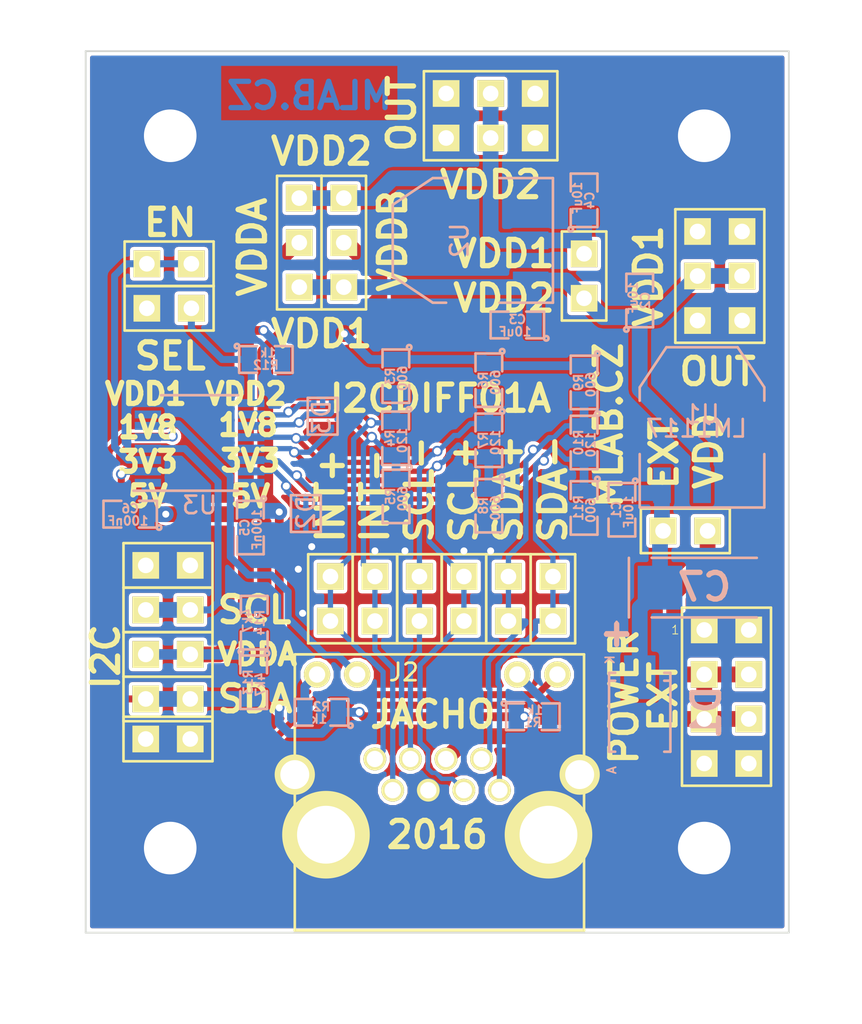
<source format=kicad_pcb>
(kicad_pcb (version 4) (host pcbnew 0.201601171446+6489~42~ubuntu14.04.1-product)
  (layers (0 F.Cu signal) (31 B.Cu signal) (34 B.Paste user) (35 F.Paste user) (36 B.SilkS user) (37 F.SilkS user) (38 B.Mask user) (39 F.Mask user) (44 Edge.Cuts user))
  (net 0 "")
  (net 1 VCC)
  (net 2 GND)
  (net 3 /VDD1)
  (net 4 /VDD2)
  (net 5 /VddB)
  (net 6 /VddA)
  (net 7 "Net-(J2-Pad12)")
  (net 8 /READY)
  (net 9 "Net-(J2-Pad10)")
  (net 10 /PIDENT)
  (net 11 /INT+)
  (net 12 /INT-)
  (net 13 /SCL-)
  (net 14 /SCL+)
  (net 15 /SDA+)
  (net 16 /SDA-)
  (net 17 "Net-(J14-Pad2)")
  (net 18 SDA)
  (net 19 SCL)
  (net 20 /EN)
  (net 21 VDD)
  (module "MLAB_CON:RJHSE-5384(RJ45)" (layer F.Cu) (at 13.97 -5.842)
    (fp_text reference J2 (at 4.445 -9.271) (layer F.SilkS))
    (fp_text value RJ45_RJHSE-5384 hide)
    (pad 13 thru_hole circle (at 0 0) (size 5 5) (drill 3.3) (layers *.Cu *.Mask F.SilkS) (net 2 GND))
    (pad 13 thru_hole circle (at 12.7 0) (size 5 5) (drill 3.3) (layers *.Cu *.Mask F.SilkS) (net 2 GND))
    (pad 13 thru_hole circle (at 14.48 -3.43) (size 2.3 2.3) (drill 1.65) (layers *.Cu *.Mask F.SilkS) (net 2 GND))
    (pad 13 thru_hole circle (at -1.78 -3.43) (size 2.3 2.3) (drill 1.65) (layers *.Cu *.Mask F.SilkS) (net 2 GND))
    (pad 7 thru_hole circle (at 3.81 -2.54) (size 1.3 1.3) (drill 0.93) (layers *.Cu *.Mask F.SilkS) (net 12 /INT-))
    (pad 5 thru_hole circle (at 5.84 -2.54) (size 1.3 1.3) (drill 0.93) (layers *.Cu *.Mask F.SilkS) (net 2 GND))
    (pad 3 thru_hole circle (at 7.87 -2.54) (size 1.3 1.3) (drill 0.93) (layers *.Cu *.Mask F.SilkS) (net 14 /SCL+))
    (pad 1 thru_hole circle (at 9.9 -2.54) (size 1.3 1.3) (drill 0.93) (layers *.Cu *.Mask F.SilkS) (net 16 /SDA-))
    (pad 8 thru_hole circle (at 2.79 -4.32) (size 1.3 1.3) (drill 0.93) (layers *.Cu *.Mask F.SilkS) (net 11 /INT+))
    (pad 6 thru_hole circle (at 4.82 -4.32) (size 1.3 1.3) (drill 0.93) (layers *.Cu *.Mask F.SilkS) (net 13 /SCL-))
    (pad 4 thru_hole circle (at 6.85 -4.32) (size 1.3 1.3) (drill 0.93) (layers *.Cu *.Mask F.SilkS) (net 1 VCC))
    (pad 2 thru_hole circle (at 8.88 -4.32) (size 1.3 1.3) (drill 0.93) (layers *.Cu *.Mask F.SilkS) (net 15 /SDA+))
    (pad 9 thru_hole circle (at 13.21 -9.14) (size 1.5 1.5) (drill 0.93) (layers *.Cu *.Mask F.SilkS) (net 10 /PIDENT))
    (pad 10 thru_hole circle (at 10.92 -9.14) (size 1.5 1.5) (drill 0.93) (layers *.Cu *.Mask F.SilkS) (net 9 "Net-(J2-Pad10)"))
    (pad 11 thru_hole circle (at 1.78 -9.14) (size 1.5 1.5) (drill 0.93) (layers *.Cu *.Mask F.SilkS) (net 8 /READY))
    (pad 12 thru_hole circle (at -0.51 -9.14) (size 1.5 1.5) (drill 0.93) (layers *.Cu *.Mask F.SilkS) (net 7 "Net-(J2-Pad12)"))
  )
  (module Mlab_Pin_Headers:Straight_2x04 (layer F.Cu) (at 36.83 -13.716)
    (fp_text reference J1 hide)
    (fp_text value JUMP_4X2 hide)
    (fp_text user 1 (at -2.921 -3.81) (layer F.SilkS) (effects (font (size 0.5 0.5) (thickness 0.05))))
    (pad 1 thru_hole rect (at -1.27 -3.81) (size 1.524 1.524) (drill 0.889) (layers *.Cu *.Mask F.SilkS) (net 2 GND))
    (pad 2 thru_hole rect (at 1.27 -3.81) (size 1.524 1.524) (drill 0.889) (layers *.Cu *.Mask F.SilkS) (net 2 GND))
    (pad 3 thru_hole rect (at -1.27 -1.27) (size 1.524 1.524) (drill 0.889) (layers *.Cu *.Mask F.SilkS) (net 1 VCC))
    (pad 4 thru_hole rect (at 1.27 -1.27) (size 1.524 1.524) (drill 0.889) (layers *.Cu *.Mask F.SilkS) (net 1 VCC))
    (pad 5 thru_hole rect (at -1.27 1.27) (size 1.524 1.524) (drill 0.889) (layers *.Cu *.Mask F.SilkS) (net 1 VCC))
    (pad 6 thru_hole rect (at 1.27 1.27) (size 1.524 1.524) (drill 0.889) (layers *.Cu *.Mask F.SilkS) (net 1 VCC))
    (pad 7 thru_hole rect (at -1.27 3.81) (size 1.524 1.524) (drill 0.889) (layers *.Cu *.Mask F.SilkS) (net 2 GND))
    (pad 8 thru_hole rect (at 1.27 3.81) (size 1.524 1.524) (drill 0.889) (layers *.Cu *.Mask F.SilkS) (net 2 GND))
  )
  (module MLAB_R:SMD-0805 (layer B.Cu) (at 30.861 -24.384 270)
    (fp_text reference C1 (at 0 0.3175 270) (layer B.SilkS) (effects (font (size 0.50038 0.50038) (thickness 0.10922)) (justify mirror)))
    (fp_text value 10uF (at 0.127 -0.381 270) (layer B.SilkS) (effects (font (size 0.50038 0.50038) (thickness 0.10922)) (justify mirror)))
    (pad 1 smd rect (at -0.9525 0 270) (size 0.889 1.397) (layers B.Cu B.Paste B.Mask) (net 21 VDD))
    (pad 2 smd rect (at 0.9525 0 270) (size 0.889 1.397) (layers B.Cu B.Paste B.Mask) (net 2 GND))
  )
  (module MLAB_R:SMD-0805 (layer B.Cu) (at 31.877 -36.322 90)
    (fp_text reference C2 (at 0 0.3175 90) (layer B.SilkS) (effects (font (size 0.50038 0.50038) (thickness 0.10922)) (justify mirror)))
    (fp_text value 10uF (at 0.127 -0.381 90) (layer B.SilkS) (effects (font (size 0.50038 0.50038) (thickness 0.10922)) (justify mirror)))
    (pad 1 smd rect (at -0.9525 0 90) (size 0.889 1.397) (layers B.Cu B.Paste B.Mask) (net 3 /VDD1))
    (pad 2 smd rect (at 0.9525 0 90) (size 0.889 1.397) (layers B.Cu B.Paste B.Mask) (net 2 GND))
  )
  (module MLAB_R:SMD-0805 (layer B.Cu) (at 24.892 -34.925 180)
    (fp_text reference C3 (at 0 0.3175 180) (layer B.SilkS) (effects (font (size 0.50038 0.50038) (thickness 0.10922)) (justify mirror)))
    (fp_text value 10uF (at 0.127 -0.381 180) (layer B.SilkS) (effects (font (size 0.50038 0.50038) (thickness 0.10922)) (justify mirror)))
    (pad 1 smd rect (at -0.9525 0 180) (size 0.889 1.397) (layers B.Cu B.Paste B.Mask) (net 3 /VDD1))
    (pad 2 smd rect (at 0.9525 0 180) (size 0.889 1.397) (layers B.Cu B.Paste B.Mask) (net 2 GND))
  )
  (module MLAB_R:SMD-0805 (layer B.Cu) (at 28.702 -42.037 90)
    (fp_text reference C4 (at 0 0.3175 90) (layer B.SilkS) (effects (font (size 0.50038 0.50038) (thickness 0.10922)) (justify mirror)))
    (fp_text value 10uF (at 0.127 -0.381 90) (layer B.SilkS) (effects (font (size 0.50038 0.50038) (thickness 0.10922)) (justify mirror)))
    (pad 1 smd rect (at -0.9525 0 90) (size 0.889 1.397) (layers B.Cu B.Paste B.Mask) (net 4 /VDD2))
    (pad 2 smd rect (at 0.9525 0 90) (size 0.889 1.397) (layers B.Cu B.Paste B.Mask) (net 2 GND))
  )
  (module MLAB_R:SMD-0805 (layer B.Cu) (at 2.794 -24.13 180)
    (fp_text reference C6 (at 0 0.3175 180) (layer B.SilkS) (effects (font (size 0.50038 0.50038) (thickness 0.10922)) (justify mirror)))
    (fp_text value 100nF (at 0.127 -0.381 180) (layer B.SilkS) (effects (font (size 0.50038 0.50038) (thickness 0.10922)) (justify mirror)))
    (pad 1 smd rect (at -0.9525 0 180) (size 0.889 1.397) (layers B.Cu B.Paste B.Mask) (net 6 /VddA))
    (pad 2 smd rect (at 0.9525 0 180) (size 0.889 1.397) (layers B.Cu B.Paste B.Mask) (net 2 GND))
  )
  (module MLAB_D:Diode-SMA_Standard (layer B.Cu) (at 31.877 -12.827 90)
    (fp_text reference D1 (at 0 3.81 90) (layer B.SilkS) (effects (font (thickness 0.3048)) (justify mirror)))
    (fp_text value SM15T18A hide)
    (fp_text user A (at -3.29946 -1.6002 90) (layer B.SilkS) (effects (font (size 0.50038 0.50038) (thickness 0.09906)) (justify mirror)))
    (fp_text user K (at 2.99974 -1.69926 90) (layer B.SilkS) (effects (font (size 0.50038 0.50038) (thickness 0.09906)) (justify mirror)))
    (pad 1 smd rect (at -1.99898 0 90) (size 2.49936 1.80086) (layers B.Cu B.Paste B.Mask) (net 2 GND))
    (pad 2 smd rect (at 1.99898 0 90) (size 2.49936 1.80086) (layers B.Cu B.Paste B.Mask) (net 21 VDD))
  )
  (module Mlab_Pin_Headers:Straight_2x01 (layer F.Cu) (at 14.224 -19.304 90)
    (fp_text reference J4 hide)
    (fp_text value JUMP_2x1 hide)
    (pad 1 thru_hole rect (at -1.27 0 90) (size 1.524 1.524) (drill 0.889) (layers *.Cu *.Mask F.SilkS) (net 11 /INT+))
    (pad 2 thru_hole rect (at 1.27 0 90) (size 1.524 1.524) (drill 0.889) (layers *.Cu *.Mask F.SilkS) (net 11 /INT+))
  )
  (module Mlab_Pin_Headers:Straight_2x01 (layer F.Cu) (at 16.764 -19.304 90)
    (fp_text reference J5 hide)
    (fp_text value JUMP_2x1 hide)
    (pad 1 thru_hole rect (at -1.27 0 90) (size 1.524 1.524) (drill 0.889) (layers *.Cu *.Mask F.SilkS) (net 12 /INT-))
    (pad 2 thru_hole rect (at 1.27 0 90) (size 1.524 1.524) (drill 0.889) (layers *.Cu *.Mask F.SilkS) (net 12 /INT-))
  )
  (module Mlab_Pin_Headers:Straight_2x01 (layer F.Cu) (at 19.304 -19.304 90)
    (fp_text reference J6 hide)
    (fp_text value JUMP_2x1 hide)
    (pad 1 thru_hole rect (at -1.27 0 90) (size 1.524 1.524) (drill 0.889) (layers *.Cu *.Mask F.SilkS) (net 13 /SCL-))
    (pad 2 thru_hole rect (at 1.27 0 90) (size 1.524 1.524) (drill 0.889) (layers *.Cu *.Mask F.SilkS) (net 13 /SCL-))
  )
  (module Mlab_Pin_Headers:Straight_2x01 (layer F.Cu) (at 21.844 -19.304 90)
    (fp_text reference J7 hide)
    (fp_text value JUMP_2x1 hide)
    (pad 1 thru_hole rect (at -1.27 0 90) (size 1.524 1.524) (drill 0.889) (layers *.Cu *.Mask F.SilkS) (net 14 /SCL+))
    (pad 2 thru_hole rect (at 1.27 0 90) (size 1.524 1.524) (drill 0.889) (layers *.Cu *.Mask F.SilkS) (net 14 /SCL+))
  )
  (module Mlab_Pin_Headers:Straight_2x01 (layer F.Cu) (at 24.384 -19.304 90)
    (fp_text reference J8 hide)
    (fp_text value JUMP_2x1 hide)
    (pad 1 thru_hole rect (at -1.27 0 90) (size 1.524 1.524) (drill 0.889) (layers *.Cu *.Mask F.SilkS) (net 15 /SDA+))
    (pad 2 thru_hole rect (at 1.27 0 90) (size 1.524 1.524) (drill 0.889) (layers *.Cu *.Mask F.SilkS) (net 15 /SDA+))
  )
  (module Mlab_Pin_Headers:Straight_2x01 (layer F.Cu) (at 26.924 -19.304 90)
    (fp_text reference J9 hide)
    (fp_text value JUMP_2x1 hide)
    (pad 1 thru_hole rect (at -1.27 0 90) (size 1.524 1.524) (drill 0.889) (layers *.Cu *.Mask F.SilkS) (net 16 /SDA-))
    (pad 2 thru_hole rect (at 1.27 0 90) (size 1.524 1.524) (drill 0.889) (layers *.Cu *.Mask F.SilkS) (net 16 /SDA-))
  )
  (module Mlab_Pin_Headers:Straight_2x03 (layer F.Cu) (at 36.449 -37.719)
    (fp_text reference J10 hide)
    (fp_text value JUMP_3X2 hide)
    (pad 1 thru_hole rect (at -1.27 -2.54) (size 1.524 1.524) (drill 0.889) (layers *.Cu *.Mask F.SilkS) (net 2 GND))
    (pad 2 thru_hole rect (at 1.27 -2.54) (size 1.524 1.524) (drill 0.889) (layers *.Cu *.Mask F.SilkS) (net 2 GND))
    (pad 3 thru_hole rect (at -1.27 0) (size 1.524 1.524) (drill 0.889) (layers *.Cu *.Mask F.SilkS) (net 3 /VDD1))
    (pad 4 thru_hole rect (at 1.27 0) (size 1.524 1.524) (drill 0.889) (layers *.Cu *.Mask F.SilkS) (net 3 /VDD1))
    (pad 5 thru_hole rect (at -1.27 2.54) (size 1.524 1.524) (drill 0.889) (layers *.Cu *.Mask F.SilkS) (net 2 GND))
    (pad 6 thru_hole rect (at 1.27 2.54) (size 1.524 1.524) (drill 0.889) (layers *.Cu *.Mask F.SilkS) (net 2 GND))
  )
  (module Mlab_Pin_Headers:Straight_2x01 (layer F.Cu) (at 28.702 -37.719 270)
    (fp_text reference J11 hide)
    (fp_text value JUMP2_2x1 hide)
    (pad 1 thru_hole rect (at -1.27 0 270) (size 1.524 1.524) (drill 0.889) (layers *.Cu *.Mask F.SilkS) (net 4 /VDD2))
    (pad 2 thru_hole rect (at 1.27 0 270) (size 1.524 1.524) (drill 0.889) (layers *.Cu *.Mask F.SilkS) (net 3 /VDD1))
  )
  (module Mlab_Pin_Headers:Straight_1x03 (layer F.Cu) (at 14.986 -39.624)
    (fp_text reference J12 hide)
    (fp_text value CONN_3 hide)
    (pad 3 thru_hole rect (at 0 2.54) (size 1.524 1.524) (drill 0.889) (layers *.Cu *.Mask F.SilkS) (net 3 /VDD1))
    (pad 2 thru_hole rect (at 0 0) (size 1.524 1.524) (drill 0.889) (layers *.Cu *.Mask F.SilkS) (net 5 /VddB))
    (pad 1 thru_hole rect (at 0 -2.54) (size 1.524 1.524) (drill 0.889) (layers *.Cu *.Mask F.SilkS) (net 4 /VDD2))
  )
  (module Mlab_Pin_Headers:Straight_2x03 (layer F.Cu) (at 23.368 -46.863 90)
    (fp_text reference J13 hide)
    (fp_text value JUMP_3X2 hide)
    (pad 1 thru_hole rect (at -1.27 -2.54 90) (size 1.524 1.524) (drill 0.889) (layers *.Cu *.Mask F.SilkS) (net 2 GND))
    (pad 2 thru_hole rect (at 1.27 -2.54 90) (size 1.524 1.524) (drill 0.889) (layers *.Cu *.Mask F.SilkS) (net 2 GND))
    (pad 3 thru_hole rect (at -1.27 0 90) (size 1.524 1.524) (drill 0.889) (layers *.Cu *.Mask F.SilkS) (net 4 /VDD2))
    (pad 4 thru_hole rect (at 1.27 0 90) (size 1.524 1.524) (drill 0.889) (layers *.Cu *.Mask F.SilkS) (net 4 /VDD2))
    (pad 5 thru_hole rect (at -1.27 2.54 90) (size 1.524 1.524) (drill 0.889) (layers *.Cu *.Mask F.SilkS) (net 2 GND))
    (pad 6 thru_hole rect (at 1.27 2.54 90) (size 1.524 1.524) (drill 0.889) (layers *.Cu *.Mask F.SilkS) (net 2 GND))
  )
  (module Mlab_Pin_Headers:Straight_2x01 (layer F.Cu) (at 5.0165 -35.8775)
    (fp_text reference J14 hide)
    (fp_text value JUMP2_2x1 hide)
    (pad 1 thru_hole rect (at -1.27 0) (size 1.524 1.524) (drill 0.889) (layers *.Cu *.Mask F.SilkS) (net 2 GND))
    (pad 2 thru_hole rect (at 1.27 0) (size 1.524 1.524) (drill 0.889) (layers *.Cu *.Mask F.SilkS) (net 17 "Net-(J14-Pad2)"))
  )
  (module Mlab_Pin_Headers:Straight_1x02 (layer F.Cu) (at 5.0165 -38.4175 90)
    (fp_text reference J16 hide)
    (fp_text value EN hide)
    (pad 2 thru_hole rect (at 0 1.27 90) (size 1.524 1.524) (drill 0.889) (layers *.Cu *.Mask F.SilkS) (net 20 /EN))
    (pad 1 thru_hole rect (at 0 -1.27 90) (size 1.524 1.524) (drill 0.889) (layers *.Cu *.Mask F.SilkS) (net 20 /EN))
  )
  (module Mlab_Pin_Headers:Straight_1x02 (layer F.Cu) (at 4.953 -21.209 90)
    (fp_text reference J19 hide)
    (fp_text value JUMP_2x1 hide)
    (pad 2 thru_hole rect (at 0 1.27 90) (size 1.524 1.524) (drill 0.889) (layers *.Cu *.Mask F.SilkS) (net 2 GND))
    (pad 1 thru_hole rect (at 0 -1.27 90) (size 1.524 1.524) (drill 0.889) (layers *.Cu *.Mask F.SilkS) (net 2 GND))
  )
  (module Mlab_Pin_Headers:Straight_1x02 (layer F.Cu) (at 4.953 -13.589 90)
    (fp_text reference J20 hide)
    (fp_text value JUMP_2x1 hide)
    (pad 2 thru_hole rect (at 0 1.27 90) (size 1.524 1.524) (drill 0.889) (layers *.Cu *.Mask F.SilkS) (net 18 SDA))
    (pad 1 thru_hole rect (at 0 -1.27 90) (size 1.524 1.524) (drill 0.889) (layers *.Cu *.Mask F.SilkS) (net 18 SDA))
  )
  (module Mlab_Pin_Headers:Straight_1x02 (layer F.Cu) (at 4.953 -16.129 90)
    (fp_text reference J21 hide)
    (fp_text value JUMP_2x1 hide)
    (pad 2 thru_hole rect (at 0 1.27 90) (size 1.524 1.524) (drill 0.889) (layers *.Cu *.Mask F.SilkS) (net 6 /VddA))
    (pad 1 thru_hole rect (at 0 -1.27 90) (size 1.524 1.524) (drill 0.889) (layers *.Cu *.Mask F.SilkS) (net 6 /VddA))
  )
  (module Mlab_Pin_Headers:Straight_1x02 (layer F.Cu) (at 4.953 -18.669 90)
    (fp_text reference J22 hide)
    (fp_text value JUMP_2x1 hide)
    (pad 2 thru_hole rect (at 0 1.27 90) (size 1.524 1.524) (drill 0.889) (layers *.Cu *.Mask F.SilkS) (net 19 SCL))
    (pad 1 thru_hole rect (at 0 -1.27 90) (size 1.524 1.524) (drill 0.889) (layers *.Cu *.Mask F.SilkS) (net 19 SCL))
  )
  (module Mlab_Pin_Headers:Straight_1x02 (layer F.Cu) (at 4.953 -11.303 90)
    (fp_text reference J23 hide)
    (fp_text value JUMP_2x1 hide)
    (pad 2 thru_hole rect (at 0 1.27 90) (size 1.524 1.524) (drill 0.889) (layers *.Cu *.Mask F.SilkS) (net 2 GND))
    (pad 1 thru_hole rect (at 0 -1.27 90) (size 1.524 1.524) (drill 0.889) (layers *.Cu *.Mask F.SilkS) (net 2 GND))
  )
  (module Mlab_Mechanical:MountingHole_3mm (layer F.Cu) (at 5.08 -45.72)
    (fp_text reference M1 hide)
    (fp_text value HOLE hide)
    (pad 1 thru_hole circle (at 0 0) (size 6 6) (drill 3) (layers *.Cu *.Adhes *.Mask) (net 2 GND) (clearance 1))
  )
  (module Mlab_Mechanical:MountingHole_3mm (layer F.Cu) (at 35.56 -5.08)
    (fp_text reference M2 hide)
    (fp_text value HOLE hide)
    (pad 1 thru_hole circle (at 0 0) (size 6 6) (drill 3) (layers *.Cu *.Adhes *.Mask) (net 2 GND) (clearance 1))
  )
  (module Mlab_Mechanical:MountingHole_3mm (layer F.Cu) (at 5.08 -5.08)
    (fp_text reference M3 hide)
    (fp_text value HOLE hide)
    (pad 1 thru_hole circle (at 0 0) (size 6 6) (drill 3) (layers *.Cu *.Adhes *.Mask) (net 2 GND) (clearance 1))
  )
  (module Mlab_Mechanical:MountingHole_3mm (layer F.Cu) (at 35.56 -45.72)
    (fp_text reference M4 hide)
    (fp_text value HOLE hide)
    (pad 1 thru_hole circle (at 0 0) (size 6 6) (drill 3) (layers *.Cu *.Adhes *.Mask) (net 2 GND) (clearance 1))
  )
  (module MLAB_R:SMD-0805 (layer B.Cu) (at 25.781 -12.573)
    (fp_text reference R1 (at 0 0.3175) (layer B.SilkS) (effects (font (size 0.50038 0.50038) (thickness 0.10922)) (justify mirror)))
    (fp_text value 1k (at 0.127 -0.381) (layer B.SilkS) (effects (font (size 0.50038 0.50038) (thickness 0.10922)) (justify mirror)))
    (pad 1 smd rect (at -0.9525 0) (size 0.889 1.397) (layers B.Cu B.Paste B.Mask) (net 5 /VddB))
    (pad 2 smd rect (at 0.9525 0) (size 0.889 1.397) (layers B.Cu B.Paste B.Mask) (net 9 "Net-(J2-Pad10)"))
  )
  (module MLAB_R:SMD-0805 (layer B.Cu) (at 13.716 -12.827 180)
    (fp_text reference R2 (at 0 0.3175 180) (layer B.SilkS) (effects (font (size 0.50038 0.50038) (thickness 0.10922)) (justify mirror)))
    (fp_text value 1k (at 0.127 -0.381 180) (layer B.SilkS) (effects (font (size 0.50038 0.50038) (thickness 0.10922)) (justify mirror)))
    (pad 1 smd rect (at -0.9525 0 180) (size 0.889 1.397) (layers B.Cu B.Paste B.Mask) (net 5 /VddB))
    (pad 2 smd rect (at 0.9525 0 180) (size 0.889 1.397) (layers B.Cu B.Paste B.Mask) (net 7 "Net-(J2-Pad12)"))
  )
  (module MLAB_R:SMD-0805 (layer B.Cu) (at 17.9578 -32.004 270)
    (fp_text reference R3 (at 0 0.3175 270) (layer B.SilkS) (effects (font (size 0.50038 0.50038) (thickness 0.10922)) (justify mirror)))
    (fp_text value 600 (at 0.127 -0.381 270) (layer B.SilkS) (effects (font (size 0.50038 0.50038) (thickness 0.10922)) (justify mirror)))
    (pad 1 smd rect (at -0.9525 0 270) (size 0.889 1.397) (layers B.Cu B.Paste B.Mask) (net 5 /VddB))
    (pad 2 smd rect (at 0.9525 0 270) (size 0.889 1.397) (layers B.Cu B.Paste B.Mask) (net 11 /INT+))
  )
  (module MLAB_R:SMD-0805 (layer B.Cu) (at 17.9451 -28.4607 270)
    (fp_text reference R4 (at 0 0.3175 270) (layer B.SilkS) (effects (font (size 0.50038 0.50038) (thickness 0.10922)) (justify mirror)))
    (fp_text value 120 (at 0.127 -0.381 270) (layer B.SilkS) (effects (font (size 0.50038 0.50038) (thickness 0.10922)) (justify mirror)))
    (pad 1 smd rect (at -0.9525 0 270) (size 0.889 1.397) (layers B.Cu B.Paste B.Mask) (net 11 /INT+))
    (pad 2 smd rect (at 0.9525 0 270) (size 0.889 1.397) (layers B.Cu B.Paste B.Mask) (net 12 /INT-))
  )
  (module MLAB_R:SMD-0805 (layer B.Cu) (at 17.9705 -25.146 270)
    (fp_text reference R5 (at 0 0.3175 270) (layer B.SilkS) (effects (font (size 0.50038 0.50038) (thickness 0.10922)) (justify mirror)))
    (fp_text value 600 (at 0.127 -0.381 270) (layer B.SilkS) (effects (font (size 0.50038 0.50038) (thickness 0.10922)) (justify mirror)))
    (pad 1 smd rect (at -0.9525 0 270) (size 0.889 1.397) (layers B.Cu B.Paste B.Mask) (net 12 /INT-))
    (pad 2 smd rect (at 0.9525 0 270) (size 0.889 1.397) (layers B.Cu B.Paste B.Mask) (net 2 GND))
  )
  (module MLAB_R:SMD-0805 (layer B.Cu) (at 23.2664 -31.7754 270)
    (fp_text reference R6 (at 0 0.3175 270) (layer B.SilkS) (effects (font (size 0.50038 0.50038) (thickness 0.10922)) (justify mirror)))
    (fp_text value 600 (at 0.127 -0.381 270) (layer B.SilkS) (effects (font (size 0.50038 0.50038) (thickness 0.10922)) (justify mirror)))
    (pad 1 smd rect (at -0.9525 0 270) (size 0.889 1.397) (layers B.Cu B.Paste B.Mask) (net 5 /VddB))
    (pad 2 smd rect (at 0.9525 0 270) (size 0.889 1.397) (layers B.Cu B.Paste B.Mask) (net 13 /SCL-))
  )
  (module MLAB_R:SMD-0805 (layer B.Cu) (at 23.2664 -28.3464 270)
    (fp_text reference R7 (at 0 0.3175 270) (layer B.SilkS) (effects (font (size 0.50038 0.50038) (thickness 0.10922)) (justify mirror)))
    (fp_text value 120 (at 0.127 -0.381 270) (layer B.SilkS) (effects (font (size 0.50038 0.50038) (thickness 0.10922)) (justify mirror)))
    (pad 1 smd rect (at -0.9525 0 270) (size 0.889 1.397) (layers B.Cu B.Paste B.Mask) (net 13 /SCL-))
    (pad 2 smd rect (at 0.9525 0 270) (size 0.889 1.397) (layers B.Cu B.Paste B.Mask) (net 14 /SCL+))
  )
  (module MLAB_R:SMD-0805 (layer B.Cu) (at 23.2664 -24.6126 270)
    (fp_text reference R8 (at 0 0.3175 270) (layer B.SilkS) (effects (font (size 0.50038 0.50038) (thickness 0.10922)) (justify mirror)))
    (fp_text value 600 (at 0.127 -0.381 270) (layer B.SilkS) (effects (font (size 0.50038 0.50038) (thickness 0.10922)) (justify mirror)))
    (pad 1 smd rect (at -0.9525 0 270) (size 0.889 1.397) (layers B.Cu B.Paste B.Mask) (net 14 /SCL+))
    (pad 2 smd rect (at 0.9525 0 270) (size 0.889 1.397) (layers B.Cu B.Paste B.Mask) (net 2 GND))
  )
  (module MLAB_R:SMD-0805 (layer B.Cu) (at 28.702 -31.6484 270)
    (fp_text reference R9 (at 0 0.3175 270) (layer B.SilkS) (effects (font (size 0.50038 0.50038) (thickness 0.10922)) (justify mirror)))
    (fp_text value 600 (at 0.127 -0.381 270) (layer B.SilkS) (effects (font (size 0.50038 0.50038) (thickness 0.10922)) (justify mirror)))
    (pad 1 smd rect (at -0.9525 0 270) (size 0.889 1.397) (layers B.Cu B.Paste B.Mask) (net 5 /VddB))
    (pad 2 smd rect (at 0.9525 0 270) (size 0.889 1.397) (layers B.Cu B.Paste B.Mask) (net 15 /SDA+))
  )
  (module MLAB_R:SMD-0805 (layer B.Cu) (at 28.702 -28.2194 270)
    (fp_text reference R10 (at 0 0.3175 270) (layer B.SilkS) (effects (font (size 0.50038 0.50038) (thickness 0.10922)) (justify mirror)))
    (fp_text value 120 (at 0.127 -0.381 270) (layer B.SilkS) (effects (font (size 0.50038 0.50038) (thickness 0.10922)) (justify mirror)))
    (pad 1 smd rect (at -0.9525 0 270) (size 0.889 1.397) (layers B.Cu B.Paste B.Mask) (net 15 /SDA+))
    (pad 2 smd rect (at 0.9525 0 270) (size 0.889 1.397) (layers B.Cu B.Paste B.Mask) (net 16 /SDA-))
  )
  (module MLAB_R:SMD-0805 (layer B.Cu) (at 28.702 -24.4856 270)
    (fp_text reference R11 (at 0 0.3175 270) (layer B.SilkS) (effects (font (size 0.50038 0.50038) (thickness 0.10922)) (justify mirror)))
    (fp_text value 600 (at 0.127 -0.381 270) (layer B.SilkS) (effects (font (size 0.50038 0.50038) (thickness 0.10922)) (justify mirror)))
    (pad 1 smd rect (at -0.9525 0 270) (size 0.889 1.397) (layers B.Cu B.Paste B.Mask) (net 16 /SDA-))
    (pad 2 smd rect (at 0.9525 0 270) (size 0.889 1.397) (layers B.Cu B.Paste B.Mask) (net 2 GND))
  )
  (module MLAB_R:SMD-0805 (layer B.Cu) (at 10.541 -32.9565)
    (fp_text reference R12 (at 0 0.3175) (layer B.SilkS) (effects (font (size 0.50038 0.50038) (thickness 0.10922)) (justify mirror)))
    (fp_text value 1k (at 0.127 -0.381) (layer B.SilkS) (effects (font (size 0.50038 0.50038) (thickness 0.10922)) (justify mirror)))
    (pad 1 smd rect (at -0.9525 0) (size 0.889 1.397) (layers B.Cu B.Paste B.Mask) (net 17 "Net-(J14-Pad2)"))
    (pad 2 smd rect (at 0.9525 0) (size 0.889 1.397) (layers B.Cu B.Paste B.Mask) (net 6 /VddA))
  )
  (module MLAB_R:SMD-0805 (layer B.Cu) (at 9.87552 -17.94002 90)
    (fp_text reference R14 (at 0 0.3175 90) (layer B.SilkS) (effects (font (size 0.50038 0.50038) (thickness 0.10922)) (justify mirror)))
    (fp_text value 4k7 (at 0.127 -0.381 90) (layer B.SilkS) (effects (font (size 0.50038 0.50038) (thickness 0.10922)) (justify mirror)))
    (pad 1 smd rect (at -0.9525 0 90) (size 0.889 1.397) (layers B.Cu B.Paste B.Mask) (net 6 /VddA))
    (pad 2 smd rect (at 0.9525 0 90) (size 0.889 1.397) (layers B.Cu B.Paste B.Mask) (net 19 SCL))
  )
  (module MLAB_IO:SOT-223 (layer B.Cu) (at 35.433 -29.083 180)
    (fp_text reference U1 (at 0 0.762 180) (layer B.SilkS) (effects (justify mirror)))
    (fp_text value LM1117 (at 0.3175 -0.0635 180) (layer B.SilkS) (effects (justify mirror)))
    (pad 4 smd rect (at 0 3.302 180) (size 3.6576 2.032) (layers B.Cu B.Paste B.Mask) (net 2 GND))
    (pad 2 smd rect (at 0 -3.302 180) (size 1.016 2.032) (layers B.Cu B.Paste B.Mask) (net 3 /VDD1))
    (pad 3 smd rect (at 2.286 -3.302 180) (size 1.016 2.032) (layers B.Cu B.Paste B.Mask) (net 21 VDD))
    (pad 1 smd rect (at -2.286 -3.302 180) (size 1.016 2.032) (layers B.Cu B.Paste B.Mask) (net 2 GND))
  )
  (module MLAB_IO:SOT-223 (layer B.Cu) (at 22.352 -39.751 270)
    (fp_text reference U2 (at 0 0.762 270) (layer B.SilkS) (effects (justify mirror)))
    (fp_text value LM1117)
    (pad 4 smd rect (at 0 3.302 270) (size 3.6576 2.032) (layers B.Cu B.Paste B.Mask) (net 2 GND))
    (pad 2 smd rect (at 0 -3.302 270) (size 1.016 2.032) (layers B.Cu B.Paste B.Mask) (net 4 /VDD2))
    (pad 3 smd rect (at 2.286 -3.302 270) (size 1.016 2.032) (layers B.Cu B.Paste B.Mask) (net 3 /VDD1))
    (pad 1 smd rect (at -2.286 -3.302 270) (size 1.016 2.032) (layers B.Cu B.Paste B.Mask) (net 2 GND))
  )
  (module Housings_SSOP:TSSOP-16_4.4x5mm_Pitch0.65mm (layer B.Cu) (at 6.7564 -28.194)
    (fp_text reference U3 (at 0 3.55) (layer B.SilkS) (effects (justify mirror)))
    (fp_text value PCA9616)
    (pad 1 smd rect (at -2.95 2.275) (size 1.5 0.45) (layers B.Cu B.Paste B.Mask) (net 6 /VddA))
    (pad 2 smd rect (at -2.95 1.625) (size 1.5 0.45) (layers B.Cu B.Paste B.Mask) (net 18 SDA))
    (pad 3 smd rect (at -2.95 0.975) (size 1.5 0.45) (layers B.Cu B.Paste B.Mask) (net 20 /EN))
    (pad 4 smd rect (at -2.95 0.325) (size 1.5 0.45) (layers B.Cu B.Paste B.Mask) (net 19 SCL))
    (pad 5 smd rect (at -2.95 -0.325) (size 1.5 0.45) (layers B.Cu B.Paste B.Mask) (net 10 /PIDENT))
    (pad 6 smd rect (at -2.95 -0.975) (size 1.5 0.45) (layers B.Cu B.Paste B.Mask) (net 8 /READY))
    (pad 7 smd rect (at -2.95 -1.625) (size 1.5 0.45) (layers B.Cu B.Paste B.Mask))
    (pad 8 smd rect (at -2.95 -2.275) (size 1.5 0.45) (layers B.Cu B.Paste B.Mask) (net 2 GND))
    (pad 9 smd rect (at 2.95 -2.275) (size 1.5 0.45) (layers B.Cu B.Paste B.Mask) (net 17 "Net-(J14-Pad2)"))
    (pad 10 smd rect (at 2.95 -1.625) (size 1.5 0.45) (layers B.Cu B.Paste B.Mask) (net 11 /INT+))
    (pad 11 smd rect (at 2.95 -0.975) (size 1.5 0.45) (layers B.Cu B.Paste B.Mask) (net 12 /INT-))
    (pad 12 smd rect (at 2.95 -0.325) (size 1.5 0.45) (layers B.Cu B.Paste B.Mask) (net 13 /SCL-))
    (pad 13 smd rect (at 2.95 0.325) (size 1.5 0.45) (layers B.Cu B.Paste B.Mask) (net 14 /SCL+))
    (pad 14 smd rect (at 2.95 0.975) (size 1.5 0.45) (layers B.Cu B.Paste B.Mask) (net 15 /SDA+))
    (pad 15 smd rect (at 2.95 1.625) (size 1.5 0.45) (layers B.Cu B.Paste B.Mask) (net 16 /SDA-))
    (pad 16 smd rect (at 2.95 2.275) (size 1.5 0.45) (layers B.Cu B.Paste B.Mask) (net 5 /VddB))
  )
  (module MLAB_C:TantalC_SizeC_Reflow (layer B.Cu) (at 35.56 -19.939)
    (fp_text reference C7 (at 0.0127 -0.0381) (layer B.SilkS) (effects (font (thickness 0.3048)) (justify mirror)))
    (fp_text value 47uF hide)
    (fp_text user + (at -4.99872 2.55016) (layer B.SilkS) (effects (font (thickness 0.3048)) (justify mirror)))
    (pad 2 smd rect (at 2.52476 0) (size 2.55016 2.49936) (layers B.Cu B.Paste B.Mask) (net 2 GND))
    (pad 1 smd rect (at -2.52476 0) (size 2.55016 2.49936) (layers B.Cu B.Paste B.Mask) (net 21 VDD))
  )
  (module MLAB_R:SMD-0805 (layer B.Cu) (at 9.652 -23.368 270)
    (fp_text reference C5 (at 0 0.3175 270) (layer B.SilkS) (effects (font (size 0.50038 0.50038) (thickness 0.10922)) (justify mirror)))
    (fp_text value 100nF (at 0.127 -0.381 270) (layer B.SilkS) (effects (font (size 0.50038 0.50038) (thickness 0.10922)) (justify mirror)))
    (pad 1 smd rect (at -0.9525 0 270) (size 0.889 1.397) (layers B.Cu B.Paste B.Mask) (net 5 /VddB))
    (pad 2 smd rect (at 0.9525 0 270) (size 0.889 1.397) (layers B.Cu B.Paste B.Mask) (net 2 GND))
  )
  (module MLAB_IO:SOT-553 (layer B.Cu) (at 12.82192 -24.16556 90)
    (fp_text reference D2 (at 0.0635 0 90) (layer B.SilkS) (effects (justify mirror)))
    (fp_text value SP1001-04XTG hide)
    (pad 1 smd rect (at -0.70104 0.50038 90) (size 0.44958 0.29972) (layers B.Cu B.Paste B.Mask))
    (pad 3 smd rect (at -0.70104 -0.50038 90) (size 0.44958 0.29972) (layers B.Cu B.Paste B.Mask))
    (pad 5 smd rect (at 0.70104 0.50038 90) (size 0.44958 0.29972) (layers B.Cu B.Paste B.Mask) (net 15 /SDA+))
    (pad 2 smd rect (at -0.70104 0 90) (size 0.44958 0.29972) (layers B.Cu B.Paste B.Mask) (net 2 GND))
    (pad 4 smd rect (at 0.70104 -0.50038 90) (size 0.44958 0.29972) (layers B.Cu B.Paste B.Mask) (net 16 /SDA-))
  )
  (module MLAB_IO:SOT-553 (layer B.Cu) (at 13.7795 -29.718 270)
    (fp_text reference D3 (at 0.0635 0.0635 270) (layer B.SilkS) (effects (justify mirror)))
    (fp_text value SP1001-04XTG hide)
    (pad 1 smd rect (at -0.70104 0.50038 270) (size 0.44958 0.29972) (layers B.Cu B.Paste B.Mask) (net 11 /INT+))
    (pad 3 smd rect (at -0.70104 -0.50038 270) (size 0.44958 0.29972) (layers B.Cu B.Paste B.Mask) (net 12 /INT-))
    (pad 5 smd rect (at 0.70104 0.50038 270) (size 0.44958 0.29972) (layers B.Cu B.Paste B.Mask) (net 13 /SCL-))
    (pad 2 smd rect (at -0.70104 0 270) (size 0.44958 0.29972) (layers B.Cu B.Paste B.Mask) (net 2 GND))
    (pad 4 smd rect (at 0.70104 -0.50038 270) (size 0.44958 0.29972) (layers B.Cu B.Paste B.Mask) (net 14 /SCL+))
  )
  (module Mlab_Pin_Headers:Straight_1x03 (layer F.Cu) (at 12.446 -39.624)
    (fp_text reference J15 hide)
    (fp_text value CONN_3 hide)
    (pad 3 thru_hole rect (at 0 2.54) (size 1.524 1.524) (drill 0.889) (layers *.Cu *.Mask F.SilkS) (net 3 /VDD1))
    (pad 2 thru_hole rect (at 0 0) (size 1.524 1.524) (drill 0.889) (layers *.Cu *.Mask F.SilkS) (net 6 /VddA))
    (pad 1 thru_hole rect (at 0 -2.54) (size 1.524 1.524) (drill 0.889) (layers *.Cu *.Mask F.SilkS) (net 4 /VDD2))
  )
  (module Mlab_Pin_Headers:Straight_2x01 (layer F.Cu) (at 34.4805 -23.1775)
    (fp_text reference J17 hide)
    (fp_text value JUMP2_2x1 hide)
    (pad 1 thru_hole rect (at -1.27 0) (size 1.524 1.524) (drill 0.889) (layers *.Cu *.Mask F.SilkS) (net 21 VDD))
    (pad 2 thru_hole rect (at 1.27 0) (size 1.524 1.524) (drill 0.889) (layers *.Cu *.Mask F.SilkS) (net 1 VCC))
  )
  (module MLAB_R:SMD-0805 (layer B.Cu) (at 9.8425 -14.5415 270)
    (fp_text reference R13 (at 0 0.3175 270) (layer B.SilkS) (effects (font (size 0.50038 0.50038) (thickness 0.10922)) (justify mirror)))
    (fp_text value 4k7 (at 0.127 -0.381 270) (layer B.SilkS) (effects (font (size 0.50038 0.50038) (thickness 0.10922)) (justify mirror)))
    (pad 1 smd rect (at -0.9525 0 270) (size 0.889 1.397) (layers B.Cu B.Paste B.Mask) (net 6 /VddA))
    (pad 2 smd rect (at 0.9525 0 270) (size 0.889 1.397) (layers B.Cu B.Paste B.Mask) (net 18 SDA))
  )
  (gr_text EXT (at 33.2105 -13.716 90) (layer F.SilkS) (effects (font (size 1.5 1.5) (thickness 0.3))))
  (gr_text SCL+ (at 21.844 -22.352 90) (layer F.SilkS) (effects (font (size 1.5 1.5) (thickness 0.3)) (justify left)))
  (gr_text 2016 (at 20.32 -5.842) (layer F.SilkS) (effects (font (size 1.5 1.5) (thickness 0.3))))
  (gr_text MLAB.CZ (at 13.0175 -48.006) (layer B.Cu) (effects (font (size 1.5 1.5) (thickness 0.3)) (justify mirror)))
  (gr_text JACHO (at 20.066 -12.7) (layer F.SilkS) (effects (font (size 1.5 1.5) (thickness 0.3))))
  (gr_text 5V (at 9.652 -25.146) (layer F.SilkS) (effects (font (size 1.2 1.2) (thickness 0.3))))
  (gr_text 3V3 (at 9.652 -27.178) (layer F.SilkS) (effects (font (size 1.2 1.2) (thickness 0.3))))
  (gr_text 1V8 (at 9.525 -29.21) (layer F.SilkS) (effects (font (size 1.2 1.2) (thickness 0.3))))
  (gr_text 5V (at 3.81 -25.146) (layer F.SilkS) (effects (font (size 1.2 1.2) (thickness 0.3))))
  (gr_text 3V3 (at 3.81 -27.1145) (layer F.SilkS) (effects (font (size 1.2 1.2) (thickness 0.3))))
  (gr_text 1V8 (at 3.81 -29.083) (layer F.SilkS) (effects (font (size 1.2 1.2) (thickness 0.3))))
  (gr_text VDD1 (at 3.683 -30.988) (layer F.SilkS) (effects (font (size 1.2 1.2) (thickness 0.3))))
  (gr_text VDD2 (at 9.398 -30.988) (layer F.SilkS) (effects (font (size 1.2 1.2) (thickness 0.3))))
  (gr_text MLAB.CZ (at 30.099 -29.21 90) (layer F.SilkS) (effects (font (size 1.5 1.5) (thickness 0.3))))
  (gr_text I2CDIFF01A (at 20.5105 -30.734) (layer F.SilkS) (effects (font (size 1.5 1.5) (thickness 0.3))))
  (gr_text VDD2 (at 27.178 -36.449) (layer F.SilkS) (effects (font (size 1.5 1.5) (thickness 0.3)) (justify right)))
  (gr_text VDD1 (at 27.178 -38.989) (layer F.SilkS) (effects (font (size 1.5 1.5) (thickness 0.3)) (justify right)))
  (gr_text VDD (at 35.814 -25.4 90) (layer F.SilkS) (effects (font (size 1.5 1.5) (thickness 0.3)) (justify left)))
  (gr_text EXT (at 33.274 -25.4 90) (layer F.SilkS) (effects (font (size 1.5 1.5) (thickness 0.3)) (justify left)))
  (gr_text SDA (at 7.62 -13.589) (layer F.SilkS) (effects (font (size 1.5 1.5) (thickness 0.3)) (justify left)))
  (gr_text VDDA (at 7.62 -16.129) (layer F.SilkS) (effects (font (size 1.2 1.2) (thickness 0.3)) (justify left)))
  (gr_text SCL (at 7.62 -18.669) (layer F.SilkS) (effects (font (size 1.5 1.5) (thickness 0.3)) (justify left)))
  (gr_text I2C (at 1.397 -16.002 90) (layer F.SilkS) (effects (font (size 1.5 1.5) (thickness 0.3))))
  (gr_text SDA- (at 26.924 -22.352 90) (layer F.SilkS) (effects (font (size 1.5 1.5) (thickness 0.3)) (justify left)))
  (gr_text SDA+ (at 24.384 -22.352 90) (layer F.SilkS) (effects (font (size 1.5 1.5) (thickness 0.3)) (justify left)))
  (gr_text SCL- (at 19.304 -22.352 90) (layer F.SilkS) (effects (font (size 1.5 1.5) (thickness 0.3)) (justify left)))
  (gr_text INT- (at 16.764 -22.352 90) (layer F.SilkS) (effects (font (size 1.5 1.5) (thickness 0.3)) (justify left)))
  (gr_text INT+ (at 14.224 -22.352 90) (layer F.SilkS) (effects (font (size 1.5 1.5) (thickness 0.3)) (justify left)))
  (gr_text OUT (at 36.322 -32.258) (layer F.SilkS) (effects (font (size 1.5 1.5) (thickness 0.3))))
  (gr_text OUT (at 18.288 -46.99 90) (layer F.SilkS) (effects (font (size 1.5 1.5) (thickness 0.3))))
  (gr_text POWER (at 30.988 -13.716 90) (layer F.SilkS) (effects (font (size 1.5 1.5) (thickness 0.3))))
  (gr_text VDD1 (at 32.385 -37.719 90) (layer F.SilkS) (effects (font (size 1.5 1.5) (thickness 0.3))))
  (gr_text VDD2 (at 23.368 -42.926) (layer F.SilkS) (effects (font (size 1.5 1.5) (thickness 0.3))))
  (gr_text VDDB (at 17.78 -39.751 90) (layer F.SilkS) (effects (font (size 1.5 1.5) (thickness 0.3))))
  (gr_text VDDA (at 9.779 -39.37 90) (layer F.SilkS) (effects (font (size 1.5 1.5) (thickness 0.3))))
  (gr_text VDD2 (at 13.716 -44.831) (layer F.SilkS) (effects (font (size 1.5 1.5) (thickness 0.3))))
  (gr_text VDD1 (at 13.716 -34.417) (layer F.SilkS) (effects (font (size 1.5 1.5) (thickness 0.3))))
  (gr_text SEL (at 5.08 -33.147) (layer F.SilkS) (effects (font (size 1.5 1.5) (thickness 0.3))))
  (gr_text EN (at 5.08 -40.767) (layer F.SilkS) (effects (font (size 1.5 1.5) (thickness 0.3))))
  (gr_line (start 0.254 -50.546) (end 0.254 -0.254) (angle 90) (layer Edge.Cuts) (width 0.1))
  (gr_line (start 40.386 -50.546) (end 0.254 -50.546) (angle 90) (layer Edge.Cuts) (width 0.1))
  (gr_line (start 40.386 -0.254) (end 40.386 -50.546) (angle 90) (layer Edge.Cuts) (width 0.1))
  (gr_line (start 0.254 -0.254) (end 40.386 -0.254) (angle 90) (layer Edge.Cuts) (width 0.1))
  (segment (start 33.898 -12.446) (end 35.56 -12.446) (width 0.9) (layer F.Cu) (net 1))
  (segment (start 32.914001 -11.462001) (end 33.898 -12.446) (width 0.9) (layer F.Cu) (net 1))
  (segment (start 22.120001 -11.462001) (end 32.914001 -11.462001) (width 0.9) (layer F.Cu) (net 1))
  (segment (start 20.82 -10.162) (end 22.120001 -11.462001) (width 0.9) (layer F.Cu) (net 1))
  (segment (start 35.56 -12.446) (end 38.1 -12.446) (width 0.9) (layer F.Cu) (net 1))
  (segment (start 35.56 -12.446) (end 35.56 -14.986) (width 0.9) (layer F.Cu) (net 1))
  (segment (start 35.56 -14.986) (end 38.1 -14.986) (width 0.9) (layer F.Cu) (net 1))
  (segment (start 35.7505 -21.5155) (end 35.7505 -23.1775) (width 0.9) (layer F.Cu) (net 1))
  (segment (start 33.8455 -19.6105) (end 35.7505 -21.5155) (width 0.9) (layer F.Cu) (net 1))
  (segment (start 33.8455 -15.494) (end 33.8455 -19.6105) (width 0.9) (layer F.Cu) (net 1))
  (segment (start 34.3535 -14.986) (end 33.8455 -15.494) (width 0.9) (layer F.Cu) (net 1))
  (segment (start 35.56 -14.986) (end 34.3535 -14.986) (width 0.9) (layer F.Cu) (net 1))
  (segment (start 12.6365 -18.4785) (end 12.6365 -21.7551) (width 0.3) (layer F.Cu) (net 2))
  (segment (start 13.0175 -22.4155) (end 13.1572 -22.2758) (width 0.3) (layer B.Cu) (net 2))
  (segment (start 9.652 -22.4155) (end 13.0175 -22.4155) (width 0.3) (layer B.Cu) (net 2))
  (segment (start 12.857201 -21.975801) (end 13.1572 -22.2758) (width 0.3) (layer F.Cu) (net 2))
  (segment (start 12.6365 -21.7551) (end 12.857201 -21.975801) (width 0.3) (layer F.Cu) (net 2))
  (via (at 13.1572 -22.2758) (size 0.6) (drill 0.4) (layers F.Cu B.Cu) (net 2))
  (segment (start 12.6365 -20.74418) (end 12.39012 -20.99056) (width 0.3) (layer B.Cu) (net 2))
  (segment (start 12.6365 -18.4785) (end 12.6365 -20.74418) (width 0.3) (layer B.Cu) (net 2))
  (via (at 12.39012 -20.99056) (size 0.6) (drill 0.4) (layers F.Cu B.Cu) (net 2))
  (segment (start 21.844 -22.0345) (end 23.368 -22.0345) (width 0.3) (layer F.Cu) (net 2))
  (via (at 23.368 -22.0345) (size 0.6) (drill 0.4) (layers F.Cu B.Cu) (net 2))
  (segment (start 23.2664 -23.6601) (end 23.2664 -23.4569) (width 0.3) (layer B.Cu) (net 2))
  (segment (start 23.2664 -23.4569) (end 21.844 -22.0345) (width 0.3) (layer B.Cu) (net 2))
  (via (at 21.844 -22.0345) (size 0.6) (drill 0.4) (layers F.Cu B.Cu) (net 2))
  (segment (start 18.4785 -22.0345) (end 16.764 -22.0345) (width 0.3) (layer F.Cu) (net 2))
  (via (at 16.764 -22.0345) (size 0.6) (drill 0.4) (layers F.Cu B.Cu) (net 2))
  (segment (start 17.9705 -24.1935) (end 17.9705 -22.5425) (width 0.3) (layer B.Cu) (net 2))
  (segment (start 17.9705 -22.5425) (end 18.4785 -22.0345) (width 0.3) (layer B.Cu) (net 2))
  (via (at 18.4785 -22.0345) (size 0.6) (drill 0.4) (layers F.Cu B.Cu) (net 2))
  (via (at 12.6365 -18.4785) (size 0.6) (drill 0.4) (layers F.Cu B.Cu) (net 2))
  (segment (start 14.986 -37.084) (end 25.273 -37.084) (width 0.9) (layer B.Cu) (net 3))
  (segment (start 25.273 -37.084) (end 25.654 -37.465) (width 0.9) (layer B.Cu) (net 3))
  (segment (start 12.446 -37.084) (end 14.986 -37.084) (width 0.9) (layer B.Cu) (net 3))
  (segment (start 31.877 -34.025) (end 31.877 -35.3695) (width 0.9) (layer B.Cu) (net 3))
  (segment (start 31.877 -31.253) (end 31.877 -34.025) (width 0.9) (layer B.Cu) (net 3))
  (segment (start 35.433 -27.697) (end 31.877 -31.253) (width 0.9) (layer B.Cu) (net 3))
  (segment (start 35.433 -25.781) (end 35.433 -27.697) (width 0.9) (layer B.Cu) (net 3))
  (segment (start 32.8295 -35.3695) (end 31.877 -35.3695) (width 0.9) (layer B.Cu) (net 3))
  (segment (start 35.179 -37.719) (end 32.8295 -35.3695) (width 0.9) (layer B.Cu) (net 3))
  (segment (start 29.7815 -35.3695) (end 28.702 -36.449) (width 0.9) (layer B.Cu) (net 3))
  (segment (start 31.877 -35.3695) (end 29.7815 -35.3695) (width 0.9) (layer B.Cu) (net 3))
  (segment (start 27.686 -37.465) (end 28.702 -36.449) (width 0.9) (layer B.Cu) (net 3))
  (segment (start 25.654 -37.465) (end 27.686 -37.465) (width 0.9) (layer B.Cu) (net 3))
  (segment (start 25.8445 -37.2745) (end 25.654 -37.465) (width 0.9) (layer B.Cu) (net 3))
  (segment (start 25.8445 -34.925) (end 25.8445 -37.2745) (width 0.9) (layer B.Cu) (net 3))
  (segment (start 35.179 -37.719) (end 37.719 -37.719) (width 0.9) (layer B.Cu) (net 3))
  (segment (start 23.368 -40.121) (end 23.368 -43.323509) (width 0.9) (layer B.Cu) (net 4))
  (segment (start 23.368 -43.323509) (end 23.368 -43.931) (width 0.9) (layer B.Cu) (net 4))
  (segment (start 17.78 -43.296) (end 23.340491 -43.296) (width 0.9) (layer B.Cu) (net 4))
  (segment (start 23.340491 -43.296) (end 23.368 -43.323509) (width 0.9) (layer B.Cu) (net 4))
  (segment (start 25.654 -39.751) (end 28.687783 -39.751) (width 0.9) (layer B.Cu) (net 4))
  (segment (start 28.687783 -39.751) (end 28.702 -39.765217) (width 0.9) (layer B.Cu) (net 4))
  (segment (start 28.702 -39.765217) (end 28.702 -38.989) (width 0.9) (layer B.Cu) (net 4))
  (segment (start 28.702 -41.0845) (end 28.702 -39.765217) (width 0.9) (layer B.Cu) (net 4))
  (segment (start 23.368 -48.133) (end 23.368 -45.593) (width 0.9) (layer B.Cu) (net 4))
  (segment (start 23.368 -43.931) (end 23.368 -45.593) (width 0.9) (layer B.Cu) (net 4))
  (segment (start 23.738 -39.751) (end 23.368 -40.121) (width 0.9) (layer B.Cu) (net 4))
  (segment (start 25.654 -39.751) (end 23.738 -39.751) (width 0.9) (layer B.Cu) (net 4))
  (segment (start 12.446 -42.164) (end 14.986 -42.164) (width 0.9) (layer B.Cu) (net 4))
  (segment (start 16.648 -42.164) (end 17.78 -43.296) (width 0.9) (layer B.Cu) (net 4))
  (segment (start 14.986 -42.164) (end 16.648 -42.164) (width 0.9) (layer B.Cu) (net 4))
  (segment (start 9.7064 -25.919) (end 9.7064 -24.3749) (width 0.25) (layer B.Cu) (net 5))
  (segment (start 9.7064 -24.3749) (end 9.652 -24.3205) (width 0.25) (layer B.Cu) (net 5))
  (segment (start 25.273 -12.573) (end 16.129 -12.573) (width 0.5) (layer F.Cu) (net 5))
  (segment (start 16.129 -12.573) (end 15.875 -12.827) (width 0.5) (layer F.Cu) (net 5))
  (segment (start 24.8285 -12.573) (end 25.273 -12.573) (width 0.5) (layer B.Cu) (net 5))
  (via (at 25.273 -12.573) (size 0.6) (drill 0.4) (layers F.Cu B.Cu) (net 5))
  (segment (start 14.6685 -12.827) (end 15.875 -12.827) (width 0.5) (layer B.Cu) (net 5))
  (via (at 15.875 -12.827) (size 0.6) (drill 0.4) (layers F.Cu B.Cu) (net 5))
  (segment (start 11.303 -12.192) (end 11.8665 -11.6285) (width 0.5) (layer B.Cu) (net 5))
  (segment (start 11.8665 -11.6285) (end 13.724 -11.6285) (width 0.5) (layer B.Cu) (net 5))
  (segment (start 13.724 -11.6285) (end 14.6685 -12.573) (width 0.5) (layer B.Cu) (net 5))
  (segment (start 14.6685 -12.573) (end 14.6685 -12.827) (width 0.5) (layer B.Cu) (net 5))
  (segment (start 11.303 -13.081) (end 11.303 -12.192) (width 0.5) (layer B.Cu) (net 5))
  (segment (start 11.303 -24.257) (end 11.303 -13.081) (width 0.5) (layer F.Cu) (net 5))
  (via (at 11.303 -13.081) (size 0.6) (drill 0.4) (layers F.Cu B.Cu) (net 5))
  (segment (start 28.702 -32.6009) (end 23.3934 -32.6009) (width 0.5) (layer B.Cu) (net 5))
  (segment (start 23.3934 -32.6009) (end 23.2664 -32.7279) (width 0.5) (layer B.Cu) (net 5))
  (segment (start 17.9578 -32.9565) (end 23.0378 -32.9565) (width 0.5) (layer B.Cu) (net 5))
  (segment (start 23.0378 -32.9565) (end 23.2664 -32.7279) (width 0.5) (layer B.Cu) (net 5))
  (segment (start 17.9578 -32.9565) (end 16.473502 -32.9565) (width 0.5) (layer B.Cu) (net 5))
  (via (at 15.013002 -34.417) (size 0.6) (drill 0.4) (layers F.Cu B.Cu) (net 5))
  (segment (start 16.473502 -32.9565) (end 15.013002 -34.417) (width 0.5) (layer B.Cu) (net 5))
  (segment (start 9.652 -24.3205) (end 11.2395 -24.3205) (width 0.9) (layer B.Cu) (net 5))
  (segment (start 11.2395 -24.3205) (end 11.303 -24.257) (width 0.9) (layer B.Cu) (net 5))
  (segment (start 11.557 -34.417) (end 10.505399 -33.365399) (width 0.9) (layer F.Cu) (net 5))
  (segment (start 10.505399 -33.365399) (end 10.505399 -25.054601) (width 0.9) (layer F.Cu) (net 5))
  (segment (start 10.505399 -25.054601) (end 11.303 -24.257) (width 0.9) (layer F.Cu) (net 5))
  (via (at 11.303 -24.257) (size 0.6) (drill 0.4) (layers F.Cu B.Cu) (net 5))
  (segment (start 15.013002 -34.417) (end 11.557 -34.417) (width 0.9) (layer F.Cu) (net 5))
  (segment (start 17.018 -37.746002) (end 17.018 -36.421998) (width 0.9) (layer F.Cu) (net 5))
  (segment (start 17.018 -36.421998) (end 15.013002 -34.417) (width 0.9) (layer F.Cu) (net 5))
  (segment (start 14.986 -39.624) (end 15.140002 -39.624) (width 0.9) (layer F.Cu) (net 5))
  (segment (start 15.140002 -39.624) (end 17.018 -37.746002) (width 0.9) (layer F.Cu) (net 5))
  (segment (start 9.652 -24.3205) (end 9.652 -25.665) (width 0.9) (layer B.Cu) (net 5))
  (segment (start 9.652 -25.665) (end 9.680999 -25.693999) (width 0.9) (layer B.Cu) (net 5))
  (segment (start 9.680999 -25.693999) (end 9.7064 -25.693999) (width 0.9) (layer B.Cu) (net 5))
  (segment (start 8.70204 -16.129) (end 9.017 -16.129) (width 0.6) (layer B.Cu) (net 6))
  (segment (start 6.223 -16.129) (end 8.70204 -16.129) (width 0.6) (layer B.Cu) (net 6))
  (segment (start 8.70204 -16.129) (end 9.2075 -16.129) (width 0.6) (layer B.Cu) (net 6))
  (segment (start 9.2075 -16.129) (end 9.8425 -15.494) (width 0.6) (layer B.Cu) (net 6))
  (segment (start 9.017 -16.129) (end 9.87552 -16.98752) (width 0.6) (layer B.Cu) (net 6))
  (segment (start 9.398 -36.730002) (end 9.398 -34.63964) (width 0.9) (layer F.Cu) (net 6))
  (segment (start 9.398 -34.63964) (end 9.398 -24.180691) (width 0.9) (layer F.Cu) (net 6))
  (segment (start 10.410237 -34.613753) (end 9.423887 -34.613753) (width 0.5) (layer F.Cu) (net 6))
  (segment (start 9.423887 -34.613753) (end 9.398 -34.63964) (width 0.5) (layer F.Cu) (net 6))
  (segment (start 11.4935 -32.9565) (end 11.4935 -33.53049) (width 0.5) (layer B.Cu) (net 6))
  (via (at 10.410237 -34.613753) (size 0.6) (drill 0.4) (layers F.Cu B.Cu) (net 6))
  (segment (start 11.4935 -33.53049) (end 10.410237 -34.613753) (width 0.5) (layer B.Cu) (net 6))
  (segment (start 9.398 -24.180691) (end 9.398 -17.642) (width 0.9) (layer F.Cu) (net 6))
  (segment (start 4.826 -24.13) (end 9.347309 -24.13) (width 0.9) (layer F.Cu) (net 6))
  (segment (start 9.347309 -24.13) (end 9.398 -24.180691) (width 0.9) (layer F.Cu) (net 6))
  (segment (start 3.7465 -24.13) (end 4.826 -24.13) (width 0.9) (layer B.Cu) (net 6))
  (via (at 4.826 -24.13) (size 0.6) (drill 0.4) (layers F.Cu B.Cu) (net 6))
  (segment (start 9.398 -17.642) (end 7.885 -16.129) (width 0.9) (layer F.Cu) (net 6))
  (segment (start 7.885 -16.129) (end 6.223 -16.129) (width 0.9) (layer F.Cu) (net 6))
  (segment (start 12.446 -39.624) (end 12.291998 -39.624) (width 0.9) (layer F.Cu) (net 6))
  (segment (start 12.291998 -39.624) (end 9.398 -36.730002) (width 0.9) (layer F.Cu) (net 6))
  (segment (start 3.7465 -24.13) (end 3.7465 -25.784099) (width 0.6) (layer B.Cu) (net 6))
  (segment (start 3.7465 -25.784099) (end 3.8064 -25.843999) (width 0.6) (layer B.Cu) (net 6))
  (segment (start 3.8735 -24.257) (end 3.7465 -24.13) (width 0.6) (layer B.Cu) (net 6))
  (segment (start 6.223 -16.129) (end 3.683 -16.129) (width 0.6) (layer B.Cu) (net 6))
  (segment (start 12.7635 -12.827) (end 12.7635 -14.2855) (width 0.5) (layer B.Cu) (net 7))
  (segment (start 12.7635 -14.2855) (end 13.46 -14.982) (width 0.5) (layer B.Cu) (net 7))
  (segment (start 3.8064 -29.169) (end 4.764998 -29.169) (width 0.4) (layer B.Cu) (net 8))
  (segment (start 10.861001 -20.656501) (end 11.811 -19.706502) (width 0.4) (layer B.Cu) (net 8))
  (segment (start 4.764998 -29.169) (end 4.870999 -29.275001) (width 0.4) (layer B.Cu) (net 8))
  (segment (start 4.870999 -29.275001) (end 5.543001 -29.275001) (width 0.4) (layer B.Cu) (net 8))
  (segment (start 5.543001 -29.275001) (end 8.509 -26.309002) (width 0.4) (layer B.Cu) (net 8))
  (segment (start 8.509 -26.309002) (end 8.509 -21.695498) (width 0.4) (layer B.Cu) (net 8))
  (segment (start 8.509 -21.695498) (end 9.547997 -20.656501) (width 0.4) (layer B.Cu) (net 8))
  (segment (start 9.547997 -20.656501) (end 10.861001 -20.656501) (width 0.4) (layer B.Cu) (net 8))
  (segment (start 11.811 -19.706502) (end 11.811 -18.202998) (width 0.4) (layer B.Cu) (net 8))
  (segment (start 11.811 -18.202998) (end 13.925783 -16.088215) (width 0.4) (layer B.Cu) (net 8))
  (segment (start 13.925783 -16.088215) (end 14.643785 -16.088215) (width 0.4) (layer B.Cu) (net 8))
  (segment (start 14.643785 -16.088215) (end 15.75 -14.982) (width 0.4) (layer B.Cu) (net 8))
  (segment (start 26.7335 -12.573) (end 26.7335 -13.1385) (width 0.5) (layer B.Cu) (net 9))
  (segment (start 26.7335 -13.1385) (end 24.89 -14.982) (width 0.5) (layer B.Cu) (net 9))
  (segment (start 5.207 -28.575) (end 2.413 -28.575) (width 0.4) (layer F.Cu) (net 10))
  (segment (start 2.413 -28.575) (end 1.585999 -27.747999) (width 0.4) (layer F.Cu) (net 10))
  (segment (start 26.430001 -14.232001) (end 27.18 -14.982) (width 0.4) (layer F.Cu) (net 10))
  (segment (start 1.585999 -27.747999) (end 1.585999 -11.155999) (width 0.4) (layer F.Cu) (net 10))
  (segment (start 1.585999 -11.155999) (end 3.089998 -9.652) (width 0.4) (layer F.Cu) (net 10))
  (segment (start 3.089998 -9.652) (end 9.398 -9.652) (width 0.4) (layer F.Cu) (net 10))
  (segment (start 9.398 -9.652) (end 13.577999 -13.831999) (width 0.4) (layer F.Cu) (net 10))
  (segment (start 13.577999 -13.831999) (end 26.029999 -13.831999) (width 0.4) (layer F.Cu) (net 10))
  (segment (start 26.029999 -13.831999) (end 26.430001 -14.232001) (width 0.4) (layer F.Cu) (net 10))
  (segment (start 3.8064 -28.519) (end 5.151 -28.519) (width 0.4) (layer B.Cu) (net 10))
  (segment (start 5.151 -28.519) (end 5.207 -28.575) (width 0.4) (layer B.Cu) (net 10))
  (via (at 5.207 -28.575) (size 0.6) (drill 0.4) (layers F.Cu B.Cu) (net 10))
  (segment (start 14.224 -20.574) (end 15.54988 -21.89988) (width 0.3) (layer B.Cu) (net 11))
  (segment (start 15.54988 -21.89988) (end 15.54988 -28.41752) (width 0.3) (layer B.Cu) (net 11))
  (segment (start 15.54988 -28.41752) (end 16.476114 -29.343754) (width 0.3) (layer B.Cu) (net 11))
  (segment (start 16.476114 -29.343754) (end 16.540751 -29.343754) (width 0.3) (layer B.Cu) (net 11))
  (via (at 16.540751 -29.343754) (size 0.6) (drill 0.4) (layers F.Cu B.Cu) (net 11))
  (segment (start 11.835683 -29.967272) (end 12.135682 -30.267271) (width 0.3) (layer F.Cu) (net 11))
  (segment (start 17.621654 -29.343754) (end 16.965015 -29.343754) (width 0.3) (layer B.Cu) (net 11))
  (segment (start 16.240752 -29.643753) (end 16.540751 -29.343754) (width 0.3) (layer F.Cu) (net 11))
  (segment (start 12.135682 -30.267271) (end 15.617234 -30.267271) (width 0.3) (layer F.Cu) (net 11))
  (segment (start 16.965015 -29.343754) (end 16.540751 -29.343754) (width 0.3) (layer B.Cu) (net 11))
  (segment (start 15.617234 -30.267271) (end 16.240752 -29.643753) (width 0.3) (layer F.Cu) (net 11))
  (segment (start 17.6911 -29.4132) (end 17.621654 -29.343754) (width 0.3) (layer B.Cu) (net 11))
  (segment (start 14.224 -18.034) (end 14.224 -20.574) (width 0.3) (layer B.Cu) (net 11))
  (segment (start 13.27912 -30.41904) (end 12.499583 -30.41904) (width 0.3) (layer B.Cu) (net 11))
  (segment (start 12.499583 -30.41904) (end 12.047815 -29.967272) (width 0.3) (layer B.Cu) (net 11))
  (segment (start 12.047815 -29.967272) (end 11.835683 -29.967272) (width 0.3) (layer B.Cu) (net 11))
  (segment (start 18.1991 -29.4132) (end 17.9451 -29.4132) (width 0.3) (layer B.Cu) (net 11))
  (segment (start 16.76 -10.162) (end 17.230001 -10.632001) (width 0.3) (layer B.Cu) (net 11))
  (segment (start 16.175999 -16.082001) (end 14.224 -18.034) (width 0.3) (layer B.Cu) (net 11))
  (segment (start 17.230001 -10.632001) (end 17.230001 -15.130001) (width 0.3) (layer B.Cu) (net 11))
  (segment (start 17.230001 -15.130001) (end 16.278001 -16.082001) (width 0.3) (layer B.Cu) (net 11))
  (segment (start 16.278001 -16.082001) (end 16.175999 -16.082001) (width 0.3) (layer B.Cu) (net 11))
  (via (at 11.835683 -29.967272) (size 0.6) (drill 0.4) (layers F.Cu B.Cu) (net 11))
  (segment (start 9.7064 -29.819) (end 9.731413 -29.793987) (width 0.3) (layer B.Cu) (net 11))
  (segment (start 9.731413 -29.793987) (end 11.828504 -29.793987) (width 0.3) (layer B.Cu) (net 11))
  (segment (start 11.828504 -29.793987) (end 11.835683 -29.801166) (width 0.3) (layer B.Cu) (net 11))
  (segment (start 11.835683 -29.801166) (end 11.835683 -29.967272) (width 0.3) (layer B.Cu) (net 11))
  (segment (start 17.9451 -29.4132) (end 17.9451 -31.0388) (width 0.5) (layer B.Cu) (net 11))
  (segment (start 17.9451 -31.0388) (end 17.9578 -31.0515) (width 0.5) (layer B.Cu) (net 11))
  (segment (start 14.27988 -30.41904) (end 14.279361 -30.418521) (width 0.3) (layer B.Cu) (net 12))
  (segment (start 14.279361 -30.418521) (end 14.279361 -29.914249) (width 0.3) (layer B.Cu) (net 12))
  (segment (start 14.279361 -29.914249) (end 14.209361 -29.844249) (width 0.3) (layer B.Cu) (net 12))
  (segment (start 12.849259 -29.844249) (end 12.6492 -29.64419) (width 0.3) (layer B.Cu) (net 12))
  (segment (start 14.209361 -29.844249) (end 12.849259 -29.844249) (width 0.3) (layer B.Cu) (net 12))
  (segment (start 12.6492 -29.64419) (end 12.6492 -29.62656) (width 0.3) (layer B.Cu) (net 12))
  (segment (start 12.6492 -29.62656) (end 12.436723 -29.414083) (width 0.3) (layer B.Cu) (net 12))
  (segment (start 12.436723 -29.414083) (end 12.436723 -29.366232) (width 0.3) (layer B.Cu) (net 12))
  (segment (start 12.436723 -29.366232) (end 12.818971 -29.74848) (width 0.3) (layer F.Cu) (net 12))
  (segment (start 12.818971 -29.74848) (end 15.20952 -29.74848) (width 0.3) (layer F.Cu) (net 12))
  (segment (start 15.20952 -29.74848) (end 16.428615 -28.529385) (width 0.3) (layer F.Cu) (net 12))
  (segment (start 16.428615 -28.529385) (end 16.581013 -28.529385) (width 0.3) (layer F.Cu) (net 12))
  (segment (start 17.6911 -27.5082) (end 17.602198 -27.5082) (width 0.3) (layer B.Cu) (net 12))
  (segment (start 16.281014 -28.229386) (end 16.581013 -28.529385) (width 0.3) (layer B.Cu) (net 12))
  (segment (start 16.108401 -28.056773) (end 16.281014 -28.229386) (width 0.3) (layer B.Cu) (net 12))
  (segment (start 16.764 -20.574) (end 16.108401 -21.229599) (width 0.3) (layer B.Cu) (net 12))
  (via (at 16.581013 -28.529385) (size 0.6) (drill 0.4) (layers F.Cu B.Cu) (net 12))
  (segment (start 16.108401 -21.229599) (end 16.108401 -28.056773) (width 0.3) (layer B.Cu) (net 12))
  (segment (start 16.881012 -28.229386) (end 16.581013 -28.529385) (width 0.3) (layer B.Cu) (net 12))
  (segment (start 17.602198 -27.5082) (end 16.881012 -28.229386) (width 0.3) (layer B.Cu) (net 12))
  (segment (start 16.764 -18.034) (end 16.764 -20.574) (width 0.3) (layer B.Cu) (net 12))
  (segment (start 18.1991 -27.5082) (end 17.9451 -27.5082) (width 0.3) (layer B.Cu) (net 12))
  (segment (start 17.9705 -26.0985) (end 17.9705 -27.4828) (width 0.5) (layer B.Cu) (net 12))
  (segment (start 17.9705 -27.4828) (end 17.9451 -27.5082) (width 0.5) (layer B.Cu) (net 12))
  (segment (start 17.78 -15.357806) (end 16.764 -16.373806) (width 0.3) (layer B.Cu) (net 12))
  (segment (start 16.764 -16.373806) (end 16.764 -18.034) (width 0.3) (layer B.Cu) (net 12))
  (segment (start 17.78 -8.382) (end 17.78 -15.357806) (width 0.3) (layer B.Cu) (net 12))
  (segment (start 12.138386 -29.234001) (end 12.270617 -29.366232) (width 0.3) (layer B.Cu) (net 12))
  (via (at 12.436723 -29.366232) (size 0.6) (drill 0.4) (layers F.Cu B.Cu) (net 12))
  (segment (start 11.143399 -29.234001) (end 12.138386 -29.234001) (width 0.3) (layer B.Cu) (net 12))
  (segment (start 9.7064 -29.169) (end 11.078398 -29.169) (width 0.3) (layer B.Cu) (net 12))
  (segment (start 11.078398 -29.169) (end 11.143399 -29.234001) (width 0.3) (layer B.Cu) (net 12))
  (segment (start 12.270617 -29.366232) (end 12.436723 -29.366232) (width 0.3) (layer B.Cu) (net 12))
  (segment (start 17.9578 -27.4955) (end 17.9451 -27.5082) (width 0.5) (layer B.Cu) (net 12))
  (segment (start 20.32 -27.73) (end 19.895736 -27.73) (width 0.3) (layer F.Cu) (net 13))
  (segment (start 13.67536 -27.08656) (end 12.302983 -28.458937) (width 0.3) (layer F.Cu) (net 13))
  (segment (start 19.895736 -27.73) (end 19.252296 -27.08656) (width 0.3) (layer F.Cu) (net 13))
  (segment (start 12.302983 -28.458937) (end 12.26526 -28.458937) (width 0.3) (layer F.Cu) (net 13))
  (segment (start 19.252296 -27.08656) (end 13.67536 -27.08656) (width 0.3) (layer F.Cu) (net 13))
  (segment (start 12.689524 -28.458937) (end 12.26526 -28.458937) (width 0.3) (layer B.Cu) (net 13))
  (segment (start 9.7064 -28.519) (end 12.205197 -28.519) (width 0.3) (layer B.Cu) (net 13))
  (segment (start 12.796027 -28.458937) (end 12.689524 -28.458937) (width 0.3) (layer B.Cu) (net 13))
  (segment (start 13.27912 -29.01696) (end 13.27912 -28.94203) (width 0.3) (layer B.Cu) (net 13))
  (segment (start 13.27912 -28.94203) (end 12.796027 -28.458937) (width 0.3) (layer B.Cu) (net 13))
  (segment (start 12.205197 -28.519) (end 12.26526 -28.458937) (width 0.3) (layer B.Cu) (net 13))
  (via (at 12.26526 -28.458937) (size 0.6) (drill 0.4) (layers F.Cu B.Cu) (net 13))
  (segment (start 19.304 -18.034) (end 19.304 -20.574) (width 0.3) (layer B.Cu) (net 13))
  (segment (start 18.79 -15.757817) (end 19.304 -16.271817) (width 0.3) (layer B.Cu) (net 13))
  (segment (start 18.79 -10.162) (end 18.79 -15.757817) (width 0.3) (layer B.Cu) (net 13))
  (segment (start 19.304 -16.271817) (end 19.304 -18.034) (width 0.3) (layer B.Cu) (net 13))
  (segment (start 19.669999 -27.192001) (end 20.007999 -27.530001) (width 0.3) (layer B.Cu) (net 13))
  (segment (start 20.120001 -27.530001) (end 20.32 -27.73) (width 0.3) (layer B.Cu) (net 13))
  (segment (start 19.669999 -27.079999) (end 19.669999 -27.192001) (width 0.3) (layer B.Cu) (net 13))
  (segment (start 19.304 -20.574) (end 19.304 -26.714) (width 0.3) (layer B.Cu) (net 13))
  (segment (start 19.304 -26.714) (end 19.669999 -27.079999) (width 0.3) (layer B.Cu) (net 13))
  (segment (start 20.007999 -27.530001) (end 20.120001 -27.530001) (width 0.3) (layer B.Cu) (net 13))
  (segment (start 21.283583 -28.6214) (end 21.54115 -28.6214) (width 0.3) (layer B.Cu) (net 13))
  (segment (start 20.392183 -27.73) (end 21.283583 -28.6214) (width 0.3) (layer B.Cu) (net 13))
  (segment (start 20.32 -27.73) (end 20.392183 -27.73) (width 0.3) (layer B.Cu) (net 13))
  (segment (start 21.54115 -28.6214) (end 22.21865 -29.2989) (width 0.3) (layer B.Cu) (net 13))
  (segment (start 22.21865 -29.2989) (end 23.2664 -29.2989) (width 0.3) (layer B.Cu) (net 13))
  (via (at 20.32 -27.73) (size 0.6) (drill 0.4) (layers F.Cu B.Cu) (net 13))
  (segment (start 23.2664 -29.2989) (end 23.2664 -30.8229) (width 0.5) (layer B.Cu) (net 13))
  (segment (start 12.461519 -27.365681) (end 12.16152 -27.66568) (width 0.3) (layer F.Cu) (net 14))
  (segment (start 20.32 -26.88) (end 20.020001 -26.580001) (width 0.3) (layer F.Cu) (net 14))
  (segment (start 9.7064 -27.869) (end 11.9582 -27.869) (width 0.3) (layer B.Cu) (net 14))
  (segment (start 20.020001 -26.580001) (end 13.247199 -26.580001) (width 0.3) (layer F.Cu) (net 14))
  (segment (start 13.247199 -26.580001) (end 12.461519 -27.365681) (width 0.3) (layer F.Cu) (net 14))
  (segment (start 13.00353 -27.66568) (end 12.585784 -27.66568) (width 0.3) (layer B.Cu) (net 14))
  (segment (start 12.585784 -27.66568) (end 12.16152 -27.66568) (width 0.3) (layer B.Cu) (net 14))
  (segment (start 14.27988 -29.01696) (end 14.27988 -28.94203) (width 0.3) (layer B.Cu) (net 14))
  (segment (start 11.9582 -27.869) (end 12.16152 -27.66568) (width 0.3) (layer B.Cu) (net 14))
  (segment (start 14.27988 -28.94203) (end 13.00353 -27.66568) (width 0.3) (layer B.Cu) (net 14))
  (via (at 12.16152 -27.66568) (size 0.6) (drill 0.4) (layers F.Cu B.Cu) (net 14))
  (segment (start 19.790001 -10.642001) (end 19.790001 -9.618119) (width 0.25) (layer B.Cu) (net 14))
  (segment (start 19.790001 -9.618119) (end 20.033581 -9.374539) (width 0.25) (layer B.Cu) (net 14))
  (segment (start 20.033581 -9.374539) (end 20.236781 -9.374539) (width 0.25) (layer B.Cu) (net 14))
  (segment (start 21.84 -8.382) (end 21.190001 -9.031999) (width 0.25) (layer B.Cu) (net 14))
  (segment (start 21.190001 -9.031999) (end 20.579321 -9.031999) (width 0.25) (layer B.Cu) (net 14))
  (segment (start 20.579321 -9.031999) (end 20.236781 -9.374539) (width 0.25) (layer B.Cu) (net 14))
  (segment (start 19.339999 -11.092003) (end 19.790001 -10.642001) (width 0.3) (layer B.Cu) (net 14))
  (segment (start 19.339999 -15.529999) (end 19.339999 -11.092003) (width 0.3) (layer B.Cu) (net 14))
  (segment (start 21.844 -18.034) (end 21.844 -20.574) (width 0.3) (layer B.Cu) (net 14))
  (segment (start 19.339999 -15.529999) (end 19.692908 -15.882908) (width 0.3) (layer B.Cu) (net 14))
  (segment (start 19.692908 -15.882908) (end 21.844 -18.034) (width 0.3) (layer B.Cu) (net 14))
  (segment (start 21.844 -20.574) (end 19.853999 -22.564001) (width 0.3) (layer B.Cu) (net 14))
  (segment (start 19.853999 -26.486182) (end 20.247817 -26.88) (width 0.3) (layer B.Cu) (net 14))
  (segment (start 19.853999 -22.564001) (end 19.853999 -26.486182) (width 0.3) (layer B.Cu) (net 14))
  (segment (start 20.247817 -26.88) (end 20.32 -26.88) (width 0.3) (layer B.Cu) (net 14))
  (segment (start 20.32 -26.88) (end 20.519999 -27.079999) (width 0.3) (layer B.Cu) (net 14))
  (segment (start 20.519999 -27.079999) (end 20.632001 -27.079999) (width 0.3) (layer B.Cu) (net 14))
  (segment (start 20.632001 -27.079999) (end 20.970001 -27.417999) (width 0.3) (layer B.Cu) (net 14))
  (segment (start 20.970001 -27.417999) (end 20.970001 -27.530001) (width 0.3) (layer B.Cu) (net 14))
  (segment (start 20.970001 -27.530001) (end 21.5114 -28.0714) (width 0.3) (layer B.Cu) (net 14))
  (segment (start 21.5114 -28.0714) (end 21.54115 -28.0714) (width 0.3) (layer B.Cu) (net 14))
  (segment (start 21.54115 -28.0714) (end 22.21865 -27.3939) (width 0.3) (layer B.Cu) (net 14))
  (segment (start 22.21865 -27.3939) (end 23.2664 -27.3939) (width 0.3) (layer B.Cu) (net 14))
  (via (at 20.32 -26.88) (size 0.6) (drill 0.4) (layers F.Cu B.Cu) (net 14))
  (segment (start 23.2664 -25.5651) (end 23.2664 -27.3939) (width 0.5) (layer B.Cu) (net 14))
  (segment (start 12.30202 -26.33552) (end 13.3223 -25.31524) (width 0.3) (layer B.Cu) (net 15))
  (segment (start 13.3223 -25.31524) (end 13.3223 -24.8666) (width 0.3) (layer B.Cu) (net 15))
  (segment (start 25.849021 -27.847061) (end 25.79798 -27.79602) (width 0.3) (layer F.Cu) (net 15))
  (segment (start 24.384 -18.034) (end 24.384 -20.574) (width 0.3) (layer B.Cu) (net 15))
  (segment (start 25.379 -17.893908) (end 23.320001 -15.834909) (width 0.3) (layer B.Cu) (net 15))
  (segment (start 23.320001 -15.834909) (end 23.320001 -15.817807) (width 0.3) (layer B.Cu) (net 15))
  (segment (start 23.320001 -15.817807) (end 23.240008 -15.737814) (width 0.3) (layer B.Cu) (net 15))
  (segment (start 23.240009 -14.226185) (end 23.320001 -14.146193) (width 0.3) (layer B.Cu) (net 15))
  (segment (start 23.240008 -15.737814) (end 23.240009 -14.226185) (width 0.3) (layer B.Cu) (net 15))
  (segment (start 23.320001 -14.146193) (end 23.320001 -10.632001) (width 0.3) (layer B.Cu) (net 15))
  (segment (start 23.320001 -10.632001) (end 22.85 -10.162) (width 0.3) (layer B.Cu) (net 15))
  (segment (start 24.384 -18.034) (end 25.379 -18.034) (width 0.3) (layer B.Cu) (net 15))
  (segment (start 25.379 -18.034) (end 25.379 -17.893908) (width 0.3) (layer B.Cu) (net 15))
  (segment (start 24.384 -20.574) (end 24.384 -21.717) (width 0.3) (layer B.Cu) (net 15))
  (segment (start 24.384 -21.717) (end 25.379 -22.712) (width 0.3) (layer B.Cu) (net 15))
  (segment (start 25.379 -22.712) (end 25.379 -27.164908) (width 0.3) (layer B.Cu) (net 15))
  (segment (start 25.379 -27.164908) (end 25.79798 -27.583888) (width 0.3) (layer B.Cu) (net 15))
  (segment (start 25.79798 -27.583888) (end 25.79798 -27.79602) (width 0.3) (layer B.Cu) (net 15))
  (segment (start 25.79798 -27.79602) (end 26.010112 -27.79602) (width 0.3) (layer B.Cu) (net 15))
  (segment (start 26.010112 -27.79602) (end 26.708492 -28.4944) (width 0.3) (layer B.Cu) (net 15))
  (segment (start 26.708492 -28.4944) (end 26.97675 -28.4944) (width 0.3) (layer B.Cu) (net 15))
  (segment (start 26.97675 -28.4944) (end 27.65425 -29.1719) (width 0.3) (layer B.Cu) (net 15))
  (segment (start 27.65425 -29.1719) (end 28.702 -29.1719) (width 0.3) (layer B.Cu) (net 15))
  (via (at 25.79798 -27.79602) (size 0.6) (drill 0.4) (layers F.Cu B.Cu) (net 15))
  (segment (start 12.877408 -25.548) (end 23.762092 -25.548) (width 0.3) (layer F.Cu) (net 15))
  (segment (start 23.762092 -25.548) (end 25.79798 -27.583888) (width 0.3) (layer F.Cu) (net 15))
  (segment (start 25.79798 -27.583888) (end 25.79798 -27.79602) (width 0.3) (layer F.Cu) (net 15))
  (segment (start 12.30202 -26.33552) (end 12.30202 -26.123388) (width 0.3) (layer F.Cu) (net 15))
  (segment (start 12.30202 -26.123388) (end 12.877408 -25.548) (width 0.3) (layer F.Cu) (net 15))
  (via (at 12.30202 -26.33552) (size 0.6) (drill 0.4) (layers F.Cu B.Cu) (net 15))
  (segment (start 9.7064 -27.219) (end 10.8314 -27.219) (width 0.3) (layer B.Cu) (net 15))
  (segment (start 10.8314 -27.219) (end 10.8814 -27.169) (width 0.3) (layer B.Cu) (net 15))
  (segment (start 12.089888 -26.33552) (end 12.30202 -26.33552) (width 0.3) (layer B.Cu) (net 15))
  (segment (start 10.8814 -27.169) (end 11.256408 -27.169) (width 0.3) (layer B.Cu) (net 15))
  (segment (start 11.256408 -27.169) (end 12.089888 -26.33552) (width 0.3) (layer B.Cu) (net 15))
  (segment (start 22.85238 -10.15962) (end 22.85 -10.162) (width 0.3) (layer B.Cu) (net 15))
  (segment (start 28.702 -29.1719) (end 28.702 -30.6959) (width 0.5) (layer B.Cu) (net 15))
  (segment (start 11.70098 -25.73448) (end 11.70098 -25.48716) (width 0.3) (layer B.Cu) (net 16))
  (segment (start 11.70098 -25.48716) (end 12.32154 -24.8666) (width 0.3) (layer B.Cu) (net 16))
  (segment (start 26.447981 -27.484019) (end 26.39902 -27.435058) (width 0.3) (layer F.Cu) (net 16))
  (segment (start 26.39902 -27.435058) (end 26.39902 -27.19498) (width 0.3) (layer F.Cu) (net 16))
  (segment (start 12.649592 -24.998) (end 23.989908 -24.998) (width 0.3) (layer F.Cu) (net 16))
  (segment (start 11.70098 -25.946612) (end 11.70098 -25.73448) (width 0.3) (layer B.Cu) (net 16))
  (segment (start 11.028592 -26.619) (end 11.70098 -25.946612) (width 0.3) (layer B.Cu) (net 16))
  (segment (start 10.8814 -26.619) (end 11.028592 -26.619) (width 0.3) (layer B.Cu) (net 16))
  (segment (start 10.8314 -26.569) (end 10.8814 -26.619) (width 0.3) (layer B.Cu) (net 16))
  (segment (start 9.7064 -26.569) (end 10.8314 -26.569) (width 0.3) (layer B.Cu) (net 16))
  (via (at 11.70098 -25.73448) (size 0.6) (drill 0.4) (layers F.Cu B.Cu) (net 16))
  (segment (start 11.913112 -25.73448) (end 12.649592 -24.998) (width 0.3) (layer F.Cu) (net 16))
  (segment (start 11.70098 -25.73448) (end 11.913112 -25.73448) (width 0.3) (layer F.Cu) (net 16))
  (segment (start 23.989908 -24.998) (end 26.186888 -27.19498) (width 0.3) (layer F.Cu) (net 16))
  (segment (start 26.924 -18.034) (end 26.924 -20.574) (width 0.3) (layer B.Cu) (net 16))
  (segment (start 23.87 -14.373998) (end 23.87 -10.632) (width 0.3) (layer B.Cu) (net 16))
  (segment (start 25.184907 -16.921999) (end 23.87 -15.607092) (width 0.3) (layer B.Cu) (net 16))
  (segment (start 23.87 -15.607092) (end 23.87 -15.590002) (width 0.3) (layer B.Cu) (net 16))
  (segment (start 23.87 -15.590002) (end 23.789999 -15.510001) (width 0.3) (layer B.Cu) (net 16))
  (segment (start 23.789999 -14.453999) (end 23.87 -14.373998) (width 0.3) (layer B.Cu) (net 16))
  (segment (start 23.789999 -15.510001) (end 23.789999 -14.453999) (width 0.3) (layer B.Cu) (net 16))
  (segment (start 23.87 -10.632) (end 23.87 -8.382) (width 0.3) (layer B.Cu) (net 16))
  (segment (start 25.929 -17.424998) (end 25.426001 -16.921999) (width 0.3) (layer B.Cu) (net 16))
  (segment (start 25.426001 -16.921999) (end 25.184907 -16.921999) (width 0.3) (layer B.Cu) (net 16))
  (segment (start 26.924 -18.034) (end 25.929 -18.034) (width 0.3) (layer B.Cu) (net 16))
  (segment (start 25.929 -18.034) (end 25.929 -17.424998) (width 0.3) (layer B.Cu) (net 16))
  (segment (start 26.924 -20.574) (end 26.924 -21.717) (width 0.3) (layer B.Cu) (net 16))
  (segment (start 26.186888 -27.19498) (end 26.39902 -27.19498) (width 0.3) (layer B.Cu) (net 16))
  (segment (start 26.924 -21.717) (end 25.929 -22.712) (width 0.3) (layer B.Cu) (net 16))
  (segment (start 25.929 -22.712) (end 25.929 -26.937092) (width 0.3) (layer B.Cu) (net 16))
  (segment (start 25.929 -26.937092) (end 26.186888 -27.19498) (width 0.3) (layer B.Cu) (net 16))
  (segment (start 26.39902 -27.407112) (end 26.936308 -27.9444) (width 0.3) (layer B.Cu) (net 16))
  (segment (start 26.936308 -27.9444) (end 26.97675 -27.9444) (width 0.3) (layer B.Cu) (net 16))
  (segment (start 27.65425 -27.2669) (end 28.702 -27.2669) (width 0.3) (layer B.Cu) (net 16))
  (segment (start 26.39902 -27.19498) (end 26.39902 -27.407112) (width 0.3) (layer B.Cu) (net 16))
  (segment (start 26.97675 -27.9444) (end 27.65425 -27.2669) (width 0.3) (layer B.Cu) (net 16))
  (via (at 26.39902 -27.19498) (size 0.6) (drill 0.4) (layers F.Cu B.Cu) (net 16))
  (segment (start 26.186888 -27.19498) (end 26.39902 -27.19498) (width 0.3) (layer F.Cu) (net 16))
  (segment (start 28.702 -25.4381) (end 28.702 -27.2669) (width 0.5) (layer B.Cu) (net 16))
  (segment (start 6.2865 -35.8775) (end 6.2865 -34.7155) (width 0.4) (layer B.Cu) (net 17))
  (segment (start 6.2865 -34.7155) (end 8.0455 -32.9565) (width 0.4) (layer B.Cu) (net 17))
  (segment (start 8.0455 -32.9565) (end 8.744 -32.9565) (width 0.4) (layer B.Cu) (net 17))
  (segment (start 8.744 -32.9565) (end 9.5885 -32.9565) (width 0.4) (layer B.Cu) (net 17))
  (segment (start 9.7064 -30.469) (end 9.7064 -32.8386) (width 0.4) (layer B.Cu) (net 17))
  (segment (start 9.7064 -32.8386) (end 9.5885 -32.9565) (width 0.4) (layer B.Cu) (net 17))
  (segment (start 9.8425 -13.589) (end 6.223 -13.589) (width 0.9) (layer B.Cu) (net 18))
  (segment (start 2.286 -26.416) (end 2.286 -13.824) (width 0.4) (layer F.Cu) (net 18))
  (segment (start 2.286 -13.824) (end 2.521 -13.589) (width 0.4) (layer F.Cu) (net 18))
  (segment (start 2.521 -13.589) (end 3.683 -13.589) (width 0.4) (layer F.Cu) (net 18))
  (segment (start 3.8064 -26.569) (end 2.439 -26.569) (width 0.4) (layer B.Cu) (net 18))
  (segment (start 2.439 -26.569) (end 2.286 -26.416) (width 0.4) (layer B.Cu) (net 18))
  (via (at 2.286 -26.416) (size 0.6) (drill 0.4) (layers F.Cu B.Cu) (net 18))
  (segment (start 6.223 -13.589) (end 3.683 -13.589) (width 0.9) (layer B.Cu) (net 18))
  (segment (start 9.87552 -18.89252) (end 8.77702 -18.89252) (width 0.4) (layer B.Cu) (net 19))
  (segment (start 8.77702 -18.89252) (end 8.57504 -19.0945) (width 0.4) (layer B.Cu) (net 19))
  (segment (start 8.57504 -19.0945) (end 7.8105 -19.0945) (width 0.4) (layer B.Cu) (net 19))
  (segment (start 6.223 -18.669) (end 7.385 -18.669) (width 0.4) (layer B.Cu) (net 19))
  (segment (start 7.385 -18.669) (end 7.8105 -19.0945) (width 0.4) (layer B.Cu) (net 19))
  (segment (start 7.8105 -19.0945) (end 7.8105 -19.812) (width 0.4) (layer B.Cu) (net 19))
  (segment (start 3.8064 -27.869) (end 5.913 -27.869) (width 0.4) (layer B.Cu) (net 19))
  (segment (start 5.913 -27.869) (end 7.8105 -25.9715) (width 0.4) (layer B.Cu) (net 19))
  (segment (start 7.8105 -25.9715) (end 7.8105 -19.812) (width 0.4) (layer B.Cu) (net 19))
  (segment (start 6.223 -18.669) (end 3.683 -18.669) (width 0.9) (layer B.Cu) (net 19))
  (segment (start 3.7465 -38.4175) (end 6.2865 -38.4175) (width 0.4) (layer B.Cu) (net 20))
  (segment (start 2.6564 -27.219) (end 1.905 -27.9704) (width 0.4) (layer B.Cu) (net 20))
  (segment (start 3.8064 -27.219) (end 2.6564 -27.219) (width 0.4) (layer B.Cu) (net 20))
  (segment (start 2.5845 -38.4175) (end 3.7465 -38.4175) (width 0.4) (layer B.Cu) (net 20))
  (segment (start 1.905 -37.738) (end 2.5845 -38.4175) (width 0.4) (layer B.Cu) (net 20))
  (segment (start 1.905 -27.9704) (end 1.905 -37.738) (width 0.4) (layer B.Cu) (net 20))
  (segment (start 31.65602 -14.605) (end 31.877 -14.82598) (width 0.9) (layer B.Cu) (net 21))
  (segment (start 32.7025 -25.3365) (end 33.147 -25.781) (width 0.9) (layer B.Cu) (net 21))
  (segment (start 30.861 -25.3365) (end 32.7025 -25.3365) (width 0.9) (layer B.Cu) (net 21))
  (segment (start 31.877 -18.78076) (end 33.03524 -19.939) (width 0.9) (layer B.Cu) (net 21))
  (segment (start 31.877 -14.82598) (end 31.877 -18.78076) (width 0.9) (layer B.Cu) (net 21))
  (segment (start 33.03524 -23.00224) (end 33.2105 -23.1775) (width 0.9) (layer B.Cu) (net 21))
  (segment (start 33.03524 -19.939) (end 33.03524 -23.00224) (width 0.9) (layer B.Cu) (net 21))
  (segment (start 33.147 -23.241) (end 33.2105 -23.1775) (width 0.9) (layer B.Cu) (net 21))
  (segment (start 33.147 -25.781) (end 33.147 -23.241) (width 0.9) (layer B.Cu) (net 21))
  (zone (net 2) (net_name GND) (layer B.Cu) (connect_pads yes (clearance 0.2)) (min_thickness 0.254) (fill yes (arc_segments 16) (thermal_gap 0.508) (thermal_bridge_width 0.508))
    (polygon (pts (xy 41.91 -51.7525) (xy 41.529 0.8255) (xy -2.7305 2.794) (xy -1.4605 -51.6255)))
  )
  (zone (net 2) (net_name GND) (layer F.Cu) (connect_pads yes (clearance 0.2)) (min_thickness 0.254) (fill yes (arc_segments 16) (thermal_gap 0.508) (thermal_bridge_width 0.508))
    (polygon (pts (xy -3.2385 -53.467) (xy 44.577 -53.213) (xy 43.18 3.2385) (xy -4.6355 4.953)))
  )
)
</source>
